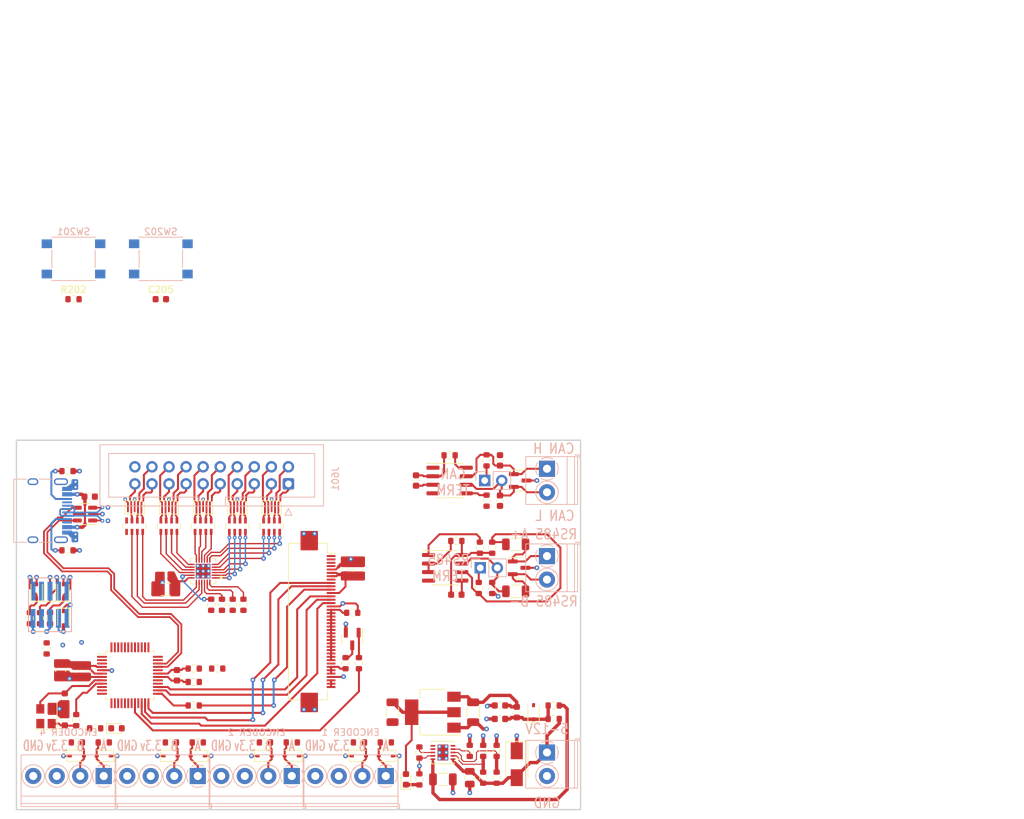
<source format=kicad_pcb>
(kicad_pcb (version 20211014) (generator pcbnew)
  (layers (0 "F.Cu" signal) (1 "In1.Cu" power) (2 "In2.Cu" power) (31 "B.Cu" signal) (34 "B.Paste" user) (35 "F.Paste" user) (36 "B.SilkS" user "B.Silkscreen") (37 "F.SilkS" user "F.Silkscreen") (38 "B.Mask" user) (39 "F.Mask" user) (44 "Edge.Cuts" user))
  (net 0 "")
  (net 1 "VIN")
  (net 2 "GND")
  (net 3 "/Power/VIN_PROT")
  (net 4 "/Power/VIN_PI_IN")
  (net 5 "/Power/VIN_PI_OUT")
  (net 6 "+3V3")
  (net 7 "/MCU/VDDIO2")
  (net 8 "/MCU/~{RST}")
  (net 9 "/MCU/XTAL_IN")
  (net 10 "/MCU/HSE_IN")
  (net 11 "VBUS")
  (net 12 "/Power/PWR_LED_K")
  (net 13 "/MCU/CONN_SWDIO")
  (net 14 "/MCU/CONN_SWCLK")
  (net 15 "/MCU/CONN_~{RST}")
  (net 16 "/Keypad/col10")
  (net 17 "/Keypad/col9")
  (net 18 "/Keypad/col8")
  (net 19 "/Keypad/col7")
  (net 20 "/Keypad/col6")
  (net 21 "/Keypad/col5")
  (net 22 "/Keypad/col4")
  (net 23 "/Keypad/col3")
  (net 24 "/Keypad/col2")
  (net 25 "/Keypad/col1")
  (net 26 "/Keypad/col0")
  (net 27 "/Keypad/row7")
  (net 28 "/Keypad/row6")
  (net 29 "/Keypad/row5")
  (net 30 "/Keypad/row4")
  (net 31 "/Keypad/row3")
  (net 32 "/Keypad/row2")
  (net 33 "/Keypad/row1")
  (net 34 "/Keypad/row0")
  (net 35 "/Encoders/CONN_ENC_1_A")
  (net 36 "/Encoders/CONN_ENC_1_B")
  (net 37 "/Encoders/CONN_ENC_2_A")
  (net 38 "/Encoders/CONN_ENC_2_B")
  (net 39 "/Encoders/CONN_ENC_3_A")
  (net 40 "/Encoders/CONN_ENC_4_A")
  (net 41 "/Encoders/CONN_ENC_3_B")
  (net 45 "/MCU/USB_CONN_CC1")
  (net 46 "/MCU/USB_CONN_D+")
  (net 47 "/MCU/USB_CONN_D-")
  (net 49 "/MCU/USB_CONN_CC2")
  (net 57 "DISPLAY_CS")
  (net 58 "DISPLAY_D{slash}C")
  (net 59 "DISPLAY_SDA")
  (net 60 "DISPLAY_SDO")
  (net 61 "DISPLAY_RESET")
  (net 62 "/Display/DIO_GND")
  (net 64 "Net-(JP301-Pad1)")
  (net 65 "Net-(JP401-Pad1)")
  (net 66 "Net-(Q501-Pad1)")
  (net 67 "Net-(Q501-Pad3)")
  (net 68 "/Power/ULVO")
  (net 69 "/Power/OVLO")
  (net 70 "/Power/CLMODE")
  (net 71 "/Power/SETI")
  (net 72 "/MCU/VREF+")
  (net 73 "Net-(R202-Pad1)")
  (net 74 "/MCU/VSS2")
  (net 75 "/MCU/LED_K")
  (net 76 "/MCU/HSE_OUT")
  (net 77 "/MCU/SWDIO")
  (net 78 "/MCU/SWCLK{slash}BOOT0")
  (net 79 "MODBUS_RX")
  (net 80 "DISPLAY_BACKLIGHT")
  (net 81 "DISPLAY_SCL")
  (net 82 "KEYPAD_SDA")
  (net 83 "KEYPAD_CLK")
  (net 84 "ENCODER_1_A")
  (net 85 "ENCODER_1_B")
  (net 86 "ENCODER_2_A")
  (net 87 "ENCODER_2_B")
  (net 88 "ENCODER_3_A")
  (net 89 "ENCODER_3_B")
  (net 90 "ENCODER_4_A")
  (net 91 "ENCODER_4_B")
  (net 92 "/Power/FLAG")
  (net 93 "/Power/UVOV")
  (net 94 "CAN_TX")
  (net 95 "CAN_RX")
  (net 96 "MODBUS_TX")
  (net 105 "/MCU/USB_D-")
  (net 106 "/MCU/USB_D+")
  (net 113 "/Encoders/CONN_ENC_4_B")
  (net 114 "/Modbus/CONN_RS485_A")
  (net 115 "/Modbus/CONN_RS485_B")
  (net 116 "/Modbus/RS485_B")
  (net 117 "/Modbus/RS485_A")
  (net 118 "/Modbus/RS485_MODE_SELECT")
  (net 119 "/CAN bus/CONN_CANH")
  (net 120 "/CAN bus/CONN_CANL")
  (net 121 "/CAN bus/CAN_VREF")
  (net 122 "/CAN bus/CAN_RS")
  (net 123 "/Keypad/R0")
  (net 124 "/Keypad/R1")
  (net 125 "/Keypad/R2")
  (net 126 "/Keypad/R3")
  (net 127 "/Keypad/R4")
  (net 128 "/Keypad/R5")
  (net 129 "/Keypad/R6")
  (net 130 "/Keypad/R7")
  (net 131 "/Keypad/C0")
  (net 132 "/Keypad/C1")
  (net 133 "/Keypad/C2")
  (net 134 "/Keypad/C3")
  (net 135 "/Keypad/C4")
  (net 136 "/Keypad/C5")
  (net 137 "/Keypad/C6")
  (net 138 "/Keypad/C7")
  (net 139 "/Keypad/C8")
  (net 140 "/Keypad/C9")
  (net 141 "/Keypad/C10")
  (net 142 "/Keypad/KEYPAD_INT")
  (net 143 "/Keypad/KEYPAD_RST")
  (net 144 "/MCU/LED")
  (net 145 "/Display/CONN_SCL")
  (net 146 "/Display/BL_K")
  (footprint "Capacitor_SMD:C_0603_1608Metric" (layer "F.Cu") (at 31.5 163.4 -90)
    (fp_text reference "C203" hide)
    (fp_text value "100n")
  )
  (footprint "Resistor_SMD:R_0603_1608Metric" (layer "F.Cu") (at 53.2 153.5 90)
    (fp_text reference "R602" hide)
    (fp_text value "10k")
  )
  (footprint "Resistor_SMD:R_0603_1608Metric" (layer "F.Cu") (at 29.5 108)
    (fp_text reference "R202")
    (fp_text value "200")
  )
  (footprint "Capacitor_SMD:C_1206_3216Metric" (layer "F.Cu") (at 84.5 179.5)
    (fp_text reference "C102" hide)
    (fp_text value "10u")
  )
  (footprint "dresco:TDFN-10-1EP_3x3mm_P0.5mm_EP1.6x2.39mm_ThermalVias" (layer "F.Cu") (at 84.5 175.5 180)
    (fp_text reference "U101" hide)
    (fp_text value "MAX17612A")
  )
  (footprint "Resistor_SMD:R_Array_Concave_4x0603" (layer "F.Cu") (at 48.8 141.8 -90)
    (fp_text reference "RN603" hide)
    (fp_text value "200")
  )
  (footprint "Resistor_SMD:R_Array_Concave_4x0603" (layer "F.Cu") (at 53.9 141.8 -90)
    (fp_text reference "RN602" hide)
    (fp_text value "200")
  )
  (footprint "Resistor_SMD:R_0603_1608Metric" (layer "F.Cu") (at 25.5 160 -90)
    (fp_text reference "R201" hide)
    (fp_text value "0")
  )
  (footprint "dresco:SOT1176D" (layer "F.Cu") (at 48.8 139 180)
    (fp_text reference "D603" hide)
    (fp_text value "PESD4USB3B")
  )
  (footprint "Resistor_SMD:R_0603_1608Metric" (layer "F.Cu") (at 91 138 -90)
    (fp_text reference "R301" hide)
    (fp_text value "DNP")
  )
  (footprint "Resistor_SMD:R_0603_1608Metric" (layer "F.Cu") (at 54.8 153.5 90)
    (fp_text reference "R603" hide)
    (fp_text value "10k")
  )
  (footprint "Package_QFP:LQFP-48_7x7mm_P0.5mm" (layer "F.Cu") (at 37.9 164)
    (fp_text reference "U201" hide)
    (fp_text value "STM32G0B1CxTxN")
  )
  (footprint "LED_SMD:LED_0603_1608Metric" (layer "F.Cu") (at 79 179.5 90)
    (fp_text reference "D103" hide)
    (fp_text value "LED")
  )
  (footprint "Capacitor_SMD:C_0603_1608Metric" (layer "F.Cu") (at 80.5 135 90)
    (fp_text reference "C301" hide)
    (fp_text value "100n")
  )
  (footprint "Resistor_SMD:R_0603_1608Metric" (layer "F.Cu") (at 50 153.5 90)
    (fp_text reference "R604" hide)
    (fp_text value "10k")
  )
  (footprint "Resistor_SMD:R_0603_1608Metric" (layer "F.Cu") (at 101 168.5 180)
    (fp_text reference "R108" hide)
    (fp_text value "0")
  )
  (footprint "Resistor_SMD:R_0603_1608Metric" (layer "F.Cu") (at 70 162.2 -90)
    (fp_text reference "R504" hide)
    (fp_text value "5R6")
  )
  (footprint "Resistor_SMD:R_0603_1608Metric" (layer "F.Cu") (at 92.5 179.25 90)
    (fp_text reference "R103" hide)
    (fp_text value "2m2")
  )
  (footprint "Resistor_SMD:R_0603_1608Metric" (layer "F.Cu") (at 51.6 153.5 90)
    (fp_text reference "R601" hide)
    (fp_text value "10k")
  )
  (footprint "Resistor_SMD:R_0603_1608Metric" (layer "F.Cu") (at 30 174)
    (fp_text reference "R708" hide)
    (fp_text value "200")
  )
  (footprint "Resistor_SMD:R_0603_1608Metric" (layer "F.Cu") (at 91 132 -90)
    (fp_text reference "R303" hide)
    (fp_text value "120")
  )
  (footprint "Resistor_SMD:R_0603_1608Metric" (layer "F.Cu") (at 26 155.5 -90)
    (fp_text reference "R209" hide)
    (fp_text value "49R9")
  )
  (footprint "Diode_SMD:D_SOD-323" (layer "F.Cu") (at 24 151.5 90)
    (fp_text reference "D205" hide)
    (fp_text value "D_TVS")
  )
  (footprint "dresco:SOT1176D" (layer "F.Cu") (at 43.7 139 180)
    (fp_text reference "D604" hide)
    (fp_text value "PESD4USB3B")
  )
  (footprint "Resistor_SMD:R_0603_1608Metric" (layer "F.Cu") (at 34 174 180)
    (fp_text reference "R707" hide)
    (fp_text value "200")
  )
  (footprint "Resistor_SMD:R_0603_1608Metric" (layer "F.Cu") (at 90 145 90)
    (fp_text reference "R402" hide)
    (fp_text value "10k")
  )
  (footprint "Connector_FFC-FPC:Hirose_FH12-40S-0.5SH_1x40-1MP_P0.50mm_Horizontal" (layer "F.Cu") (at 66 156 -90)
    (fp_text reference "J501" hide)
    (fp_text value "ILI9488")
  )
  (footprint "Capacitor_SMD:C_1206_3216Metric" (layer "F.Cu") (at 89 169.5 -90)
    (fp_text reference "C105" hide)
    (fp_text value "10u")
  )
  (footprint "Capacitor_SMD:C_0603_1608Metric" (layer "F.Cu") (at 42.5 108)
    (fp_text reference "C205")
    (fp_text value "100n")
  )
  (footprint "Package_SO:SOIC-8_3.9x4.9mm_P1.27mm" (layer "F.Cu") (at 84.84 148)
    (fp_text reference "U401" hide)
    (fp_text value "THVD1406")
  )
  (footprint "Capacitor_SMD:C_0603_1608Metric" (layer "F.Cu") (at 28.2 167.475 -90)
    (fp_text reference "C207" hide)
    (fp_text value "10p")
  )
  (footprint "Resistor_SMD:R_0603_1608Metric" (layer "F.Cu") (at 81 179.5 90)
    (fp_text reference "R109" hide)
    (fp_text value "1k")
  )
  (footprint "Capacitor_SMD:C_0603_1608Metric" (layer "F.Cu") (at 28.2 170.675 90)
    (fp_text reference "C206" hide)
    (fp_text value "10p")
  )
  (footprint "Resistor_SMD:R_0603_1608Metric" (layer "F.Cu") (at 72 162.2 90)
    (fp_text reference "R501" hide)
    (fp_text value "1k")
  )
  (footprint "LED_SMD:LED_0603_1608Metric" (layer "F.Cu") (at 35.9 171.9)
    (fp_text reference "D201" hide)
    (fp_text value "LED")
  )
  (footprint "Capacitor_SMD:C_0603_1608Metric" (layer "F.Cu") (at 43.25 149.2 180)
    (fp_text reference "C602" hide)
    (fp_text value "100n")
  )
  (footprint "Resistor_SMD:R_0603_1608Metric" (layer "F.Cu") (at 44 174)
    (fp_text reference "R706" hide)
    (fp_text value "200")
  )
  (footprint "Resistor_SMD:R_0603_1608Metric" (layer "F.Cu") (at 58 174)
    (fp_text reference "R704" hide)
    (fp_text value "200")
  )
  (footprint "Resistor_SMD:R_0603_1608Metric" (layer "F.Cu") (at 91.84 145 90)
    (fp_text reference "R404" hide)
    (fp_text value "DNP")
  )
  (footprint "Resistor_SMD:R_0603_1608Metric" (layer "F.Cu") (at 23 155.5 -90)
    (fp_text reference "R211" hide)
    (fp_text value "49R9")
  )
  (footprint "dresco:LFCSP-24-1EP_3.5x3.5mm_P0.4mm_EP2.2x2.2mm_ThermalVias" (layer "F.Cu") (at 48.8 148.5 180)
    (fp_text reference "U601" hide)
    (fp_text value "ADP5589")
  )
  (footprint "Resistor_SMD:R_1206_3216Metric" (layer "F.Cu") (at 95.34 144.5)
    (fp_text reference "R406" hide)
    (fp_text value "10")
  )
  (footprint "Capacitor_SMD:C_0805_2012Metric" (layer "F.Cu") (at 88.5 179.25 -90)
    (fp_text reference "C101" hide)
    (fp_text value "470n")
  )
  (footprint "Resistor_SMD:R_1206_3216Metric" (layer "F.Cu") (at 95.34 151.5)
    (fp_text reference "R407" hide)
    (fp_text value "10")
  )
  (footprint "Package_TO_SOT_SMD:SOT-23" (layer "F.Cu") (at 96 135)
    (fp_text reference "D301" hide)
    (fp_text value "CDSOT23-SM712")
  )
  (footprint "Crystal:Crystal_SMD_3225-4Pin_3.2x2.5mm" (layer "F.Cu") (at 25.4 170.1 90)
    (fp_text reference "Y201" hide)
    (fp_text value "8MHz")
  )
  (footprint "Resistor_SMD:R_0603_1608Metric" (layer "F.Cu") (at 91.84 151 -90)
    (fp_text reference "R405" hide)
    (fp_text value "DNP")
  )
  (footprint "Resistor_SMD:R_0603_1608Metric" (layer "F.Cu") (at 50.9 163)
    (fp_text reference "R502" hide)
    (fp_text value "10k")
  )
  (footprint "Resistor_SMD:R_0603_1608Metric" (layer "F.Cu") (at 72 174)
    (fp_text reference "R702" hide)
    (fp_text value "200")
  )
  (footprint "Diode_SMD:D_SOD-323" (layer "F.Cu") (at 48 176 180)
    (fp_text reference "D705" hide)
    (fp_text value "D_TVS")
  )
  (footprint "Resistor_SMD:R_0603_1608Metric" (layer "F.Cu") (at 85.5 131.25 180)
    (fp_text reference "R302" hide)
    (fp_text value "10k")
  )
  (footprint "Diode_SMD:D_SOD-323" (layer "F.Cu") (at 57.95 176)
    (fp_text reference "D704" hide)
    (fp_text value "D_TVS")
  )
  (footprint "Resistor_SMD:R_0603_1608Metric" (layer "F.Cu") (at 81 175.5 -90)
    (fp_text reference "R106" hide)
    (fp_text value "1k5")
  )
  (footprint "Resistor_SMD:R_0603_1608Metric" (layer "F.Cu") (at 89.84 151 90)
    (fp_text reference "R403" hide)
    (fp_text value "120")
  )
  (footprint "Resistor_SMD:R_0603_1608Metric" (layer "F.Cu") (at 28.6 133.6)
    (fp_text reference "R208" hide)
    (fp_text value "5k1")
  )
  (footprint "Resistor_SMD:R_Array_Concave_4x0603" (layer "F.Cu") (at 38.6 141.8 -90)
    (fp_text reference "RN605" hide)
    (fp_text value "200")
  )
  (footprint "Package_SO:SOIC-8_3.9x4.9mm_P1.27mm" (layer "F.Cu") (at 85.5 135)
    (fp_text reference "U301" hide)
    (fp_text value "SN65HVD230")
  )
  (footprint "Resistor_SMD:R_0603_1608Metric" (layer "F.Cu") (at 92.5 175.25 90)
    (fp_text reference "R104" hide)
    (fp_text value "249k")
  )
  (footprint "Package_TO_SOT_SMD:SOT-23-6" (layer "F.Cu") (at 31.2 140 180)
    (fp_text reference "U202" hide)
    (fp_text value "USBLC6-2SC6")
  )
  (footprint "dresco:SOT1176D" (layer "F.Cu") (at 38.6 139 180)
    (fp_text reference "D605" hide)
    (fp_text value "PESD4USB3B")
  )
  (footprint "Diode_SMD:D_SOD-323" (layer "F.Cu") (at 26 151.5 90)
    (fp_text reference "D204" hide)
    (fp_text value "D_TVS")
  )
  (footprint "Capacitor_SMD:C_0603_1608Metric" (layer "F.Cu") (at 44.9 164 -90)
    (fp_text reference "C204" hide)
    (fp_text value "100n")
  )
  (footprint "Capacitor_SMD:C_0603_1608Metric" (layer "F.Cu") (at 93 168.5 180)
    (fp_text reference "C104" hide)
    (fp_text value "1u")
  )
  (footprint "Capacitor_SMD:C_0603_1608Metric" (layer "F.Cu") (at 70 148.2 90)
    (fp_text reference "C502" hide)
    (fp_text value "100n")
  )
  (footprint "Diode_SMD:D_SMA" (layer "F.Cu") (at 95.5 177.25 -90)
    (fp_text reference "D101" hide)
    (fp_text value "SMAJ24CA")
  )
  (footprint "Diode_SMD:D_SOD-323" (layer "F.Cu") (at 28 151.5 90)
    (fp_text reference "D203" hide)
    (fp_text value "D_TVS")
  )
  (footprint "Capacitor_SMD:C_1206_3216Metric" (layer "F.Cu") (at 77 169.5 -90)
    (fp_text reference "C106" hide)
    (fp_text value "22u")
  )
  (footprint "Capacitor_SMD:C_0603_1608Metric" (layer "F.Cu") (at 31.9 137.4 180)
    (fp_text reference "C208" hide)
    (fp_text value "100n")
  )
  (footprint "Capacitor_SMD:C_0603_1608Metric" (layer "F.Cu") (at 93 132 90)
    (fp_text reference "C302" hide)
    (fp_text value "10p")
  )
  (footprint "Resistor_SMD:R_0603_1608Metric" (layer "F.Cu") (at 90.5 175.25 90)
    (fp_text reference "R102" hide)
    (fp_text value "1m1")
  )
  (footprint "Diode_SMD:D_SOD-323" (layer "F.Cu") (at 34 176 180)
    (fp_text reference "D706" hide)
    (fp_text value "D_TVS")
  )
  (footprint "Resistor_SMD:R_0603_1608Metric" (layer "F.Cu") (at 47.4 163)
    (fp_text reference "R204" hide)
    (fp_text value "0")
  )
  (footprint "Capacitor_SMD:C_0603_1608Metric" (layer "F.Cu") (at 29.9 163.4 -90)
    (fp_text reference "C202" hide)
    (fp_text value "100n")
  )
  (footprint "Resistor_SMD:R_0603_1608Metric" (layer "F.Cu") (at 62 174 180)
    (fp_text reference "R703" hide)
    (fp_text value "200")
  )
  (footprint "Diode_SMD:D_SOD-323" (layer "F.Cu") (at 98 169.5 90)
    (fp_text reference "D102" hide)
    (fp_text value "D_Schottky")
  )
  (footprint "Capacitor_SMD:C_0603_1608Metric" (layer "F.Cu") (at 93 138 90)
    (fp_text reference "C303" hide)
    (fp_text value "10p")
  )
  (footprint "Resistor_SMD:R_0603_1608Metric" (layer "F.Cu") (at 86.5 144 180)
    (fp_text reference "R401" hide)
    (fp_text value "10k")
  )
  (footprint "Capacitor_SMD:C_1206_3216Metric" (layer "F.Cu") (at 43.25 151.2 180)
    (fp_text reference "C601" hide)
    (fp_text value "10u")
  )
  (footprint "Resistor_SMD:R_0603_1608Metric" (layer "F.Cu") (at 90.5 179.25 90)
    (fp_text reference "R101" hide)
    (fp_text value "2m2")
  )
  (footprint "dresco:SOT1176D" (layer "F.Cu") (at 59 139 180)
    (fp_text reference "D601" hide)
    (fp_text value "PESD4USB3B")
  )
  (footprint "Resistor_SMD:R_0603_1608Metric" (layer "F.Cu") (at 47.4 165)
    (fp_text reference "R203" hide)
    (fp_text value "0")
  )
  (footprint "Package_TO_SOT_SMD:SOT-223-3_TabPin2" (layer "F.Cu") (at 83 169.5 180)
    (fp_text reference "U102" hide)
    (fp_text value "AZ1117-3.3")
  )
  (footprint "Resistor_SMD:R_Array_Concave_4x0603" (layer "F.Cu") (at 43.7 141.8 -90)
    (fp_text reference "RN604" hide)
    (fp_text value "200")
  )
  (footprint "Capacitor_SMD:C_0805_2012Metric" (layer "F.Cu") (at 27.6 163.2 -90)
    (fp_text reference "C201" hide)
    (fp_text value "4u7")
  )
  (footprint "Diode_SMD:D_SOD-323" (layer "F.Cu") (at 72 176)
    (fp_text reference "D703" hide)
    (fp_text value "D_TVS")
  )
  (footprint "Package_TO_SOT_SMD:SOT-23" (layer "F.Cu") (at 95.84 148)
    (fp_text reference "D401" hide)
    (fp_text value "CDSOT23-SM712")
  )
  (footprint "Diode_SMD:D_SOD-323" (layer "F.Cu") (at 28 155.5 -90)
    (fp_text reference "D202" hide)
    (fp_text value "D_TVS")
  )
  (footprint "Diode_SMD:D_SOD-323" (layer "F.Cu") (at 43.95 176)
    (fp_text reference "D707" hide)
    (fp_text value "D_TVS")
  )
  (footprint "Resistor_SMD:R_0603_1608Metric" (layer "F.Cu") (at 88.5 175.25 90)
    (fp_text reference "R105" hide)
    (fp_text value "150k")
  )
  (footprint "Resistor_SMD:R_0603_1608Metric" (layer "F.Cu") (at 101 170.5 180)
    (fp_text reference "R107" hide)
    (fp_text value "DNP")
  )
  (footprint "Diode_SMD:D_SOD-323" (layer "F.Cu") (at 62 176 180)
    (fp_text reference "D702" hide)
    (fp_text value "D_TVS")
  )
  (footprint "Resistor_SMD:R_0603_1608Metric" (layer "F.Cu") (at 47.4 168.5)
    (fp_text reference "R503" hide)
    (fp_text value "0")
  )
  (footprint "Inductor_SMD:L_0603_1608Metric" (layer "F.Cu") (at 95.5 169.5 90)
    (fp_text reference "L101" hide)
    (fp_text value "10n")
  )
  (footprint "Capacitor_SMD:C_0603_1608Metric" (layer "F.Cu") (at 93 170.5 180)
    (fp_text reference "C103" hide)
    (fp_text value "1u")
  )
  (footprint "Capacitor_SMD:C_0805_2012Metric" (layer "F.Cu") (at 71.9 148.3 90)
    (fp_text reference "C501" hide)
    (fp_text value "4u7")
  )
  (footprint "Resistor_SMD:R_Array_Concave_4x0603" (layer "F.Cu") (at 59 141.8 -90)
    (fp_text reference "RN601" hide)
    (fp_text value "200")
  )
  (footprint "Resistor_SMD:R_0603_1608Metric" (layer "F.Cu") (at 32.725 171.9)
    (fp_text reference "R205" hide)
    (fp_text value "1k")
  )
  (footprint "Resistor_SMD:R_0603_1608Metric" (layer "F.Cu") (at 24.5 155.5 -90)
    (fp_text reference "R210" hide)
    (fp_text value "49R9")
  )
  (footprint "Resistor_SMD:R_0603_1608Metric" (layer "F.Cu") (at 29.9 170.675 -90)
    (fp_text reference "R206" hide)
    (fp_text value "0")
  )
  (footprint "Capacitor_SMD:C_0603_1608Metric" (layer "F.Cu") (at 86.5 152)
    (fp_text reference "C401" hide)
    (fp_text value "100n")
  )
  (footprint "Resistor_SMD:R_0603_1608Metric" (layer "F.Cu") (at 76 174 180)
    (fp_text reference "R701" hide)
    (fp_text value "200")
  )
  (footprint "Resistor_SMD:R_0603_1608Metric" (layer "F.Cu") (at 28.6 145.4)
    (fp_text reference "R207" hide)
    (fp_text value "5k1")
  )
  (footprint "Package_TO_SOT_SMD:SOT-23" (layer "F.Cu") (at 71 158.6 -90)
    (fp_text reference "Q501" hide)
    (fp_text value "Q_NPN_BEC - S8050")
  )
  (footprint "Resistor_SMD:R_0603_1608Metric" (layer "F.Cu") (at 48 174 180)
    (fp_text reference "R705" hide)
    (fp_text value "200")
  )
  (footprint "Diode_SMD:D_SOD-323" (layer "F.Cu") (at 76 176 180)
    (fp_text reference "D701" hide)
    (fp_text value "D_TVS")
  )
  (footprint "Diode_SMD:D_SOD-323" (layer "F.Cu") (at 30 176)
    (fp_text reference "D708" hide)
    (fp_text value "D_TVS")
  )
  (footprint "Resistor_SMD:R_0603_1608Metric" (layer "F.Cu") (at 71 154.7 180)
    (fp_text reference "R505" hide)
    (fp_text value "1k")
  )
  (footprint "dresco:SOT1176D" (layer "F.Cu") (at 53.9 139 180)
    (fp_text reference "D602" hide)
    (fp_text value "PESD4USB3B")
  )
  (footprint "TerminalBlock_Phoenix:TerminalBlock_Phoenix_PT-1,5-4-3.5-H_1x04_P3.50mm_Horizontal" (layer "B.Cu") (at 34 179 180)
    (fp_text reference "J704" hide)
    (fp_text value "Conn_01x04")
  )
  (footprint "Connector_PinHeader_2.54mm:PinHeader_1x02_P2.54mm_Vertical" (layer "B.Cu") (at 90.065 148 -90)
    (fp_text reference "JP401" hide)
    (fp_text value "Jumper_2_Bridged")
  )
  (footprint "Button_Switch_SMD:SW_Push_1P1T_NO_6x6mm_H9.5mm" (layer "B.Cu") (at 42.5 102 180)
    (fp_text reference "SW202")
    (fp_text value "SW_Push")
  )
  (footprint "TerminalBlock_Phoenix:TerminalBlock_Phoenix_PT-1,5-4-3.5-H_1x04_P3.50mm_Horizontal" (layer "B.Cu") (at 76 179 180)
    (fp_text reference "J701" hide)
    (fp_text value "Conn_01x04")
  )
  (footprint "Connector_PinHeader_2.54mm:PinHeader_1x02_P2.54mm_Vertical" (layer "B.Cu") (at 90.725 135 -90)
    (fp_text reference "JP301" hide)
    (fp_text value "Jumper_2_Bridged")
  )
  (footprint "TerminalBlock_Phoenix:TerminalBlock_Phoenix_PT-1,5-2-3.5-H_1x02_P3.50mm_Horizontal" (layer "B.Cu") (at 100 133.25 -90)
    (fp_text reference "J301" hide)
    (fp_text value "Conn_01x02")
  )
  (footprint "dresco:FTSH-105-01-L-DV-K" (layer "B.Cu") (at 26 153.5 180)
    (fp_text reference "J201" hide)
    (fp_text value "2x5x1.27mm" hide)
  )
  (footprint "TerminalBlock_Phoenix:TerminalBlock_Phoenix_PT-1,5-2-3.5-H_1x02_P3.50mm_Horizontal" (layer "B.Cu") (at 100 175.5 -90)
    (fp_text reference "J101" hide)
    (fp_text value "Conn_01x02")
  )
  (footprint "Button_Switch_SMD:SW_Push_1P1T_NO_6x6mm_H9.5mm" (layer "B.Cu") (at 29.5 102 180)
    (fp_text reference "SW201")
    (fp_text value "SW_Push")
  )
  (footprint "Connector_USB:USB_C_Receptacle_HRO_TYPE-C-31-M-12" (layer "B.Cu") (at 24.5 139.5 90)
    (fp_text reference "J202" hide)
    (fp_text value "USB_C_Receptacle_USB2.0")
  )
  (footprint "TerminalBlock_Phoenix:TerminalBlock_Phoenix_PT-1,5-4-3.5-H_1x04_P3.50mm_Horizontal" (layer "B.Cu") (at 48 179 180)
    (fp_text reference "J703" hide)
    (fp_text value "Conn_01x04")
  )
  (footprint "Connector_IDC:IDC-Header_2x10_P2.54mm_Vertical" (layer "B.Cu") (at 61.5 135.5 90)
    (fp_text reference "J601")
    (fp_text value "Conn_02x10_Odd_Even")
  )
  (footprint "TerminalBlock_Phoenix:TerminalBlock_Phoenix_PT-1,5-2-3.5-H_1x02_P3.50mm_Horizontal" (layer "B.Cu") (at 100 146.25 -90)
    (fp_text reference "J401" hide)
    (fp_text value "Conn_01x02")
  )
  (footprint "TerminalBlock_Phoenix:TerminalBlock_Phoenix_PT-1,5-4-3.5-H_1x04_P3.50mm_Horizontal" (layer "B.Cu") (at 62 179 180)
    (fp_text reference "J702" hide)
    (fp_text value "Conn_01x04")
  )
  (gr_rect (start 21 184) (end 105 129) (layer "Edge.Cuts") (width 0.2) (fill none))
  (gr_text "B" (at 44.5 174.528734) (layer "B.SilkS") (effects (font (size 1.5 1) (thickness 0.2)) (justify mirror)))
  (gr_text "CAN H" (at 101 130.25) (layer "B.SilkS") (effects (font (size 1.5 1.3) (thickness 0.2)) (justify mirror)))
  (gr_text "CAN L" (at 101.181 140.25) (layer "B.SilkS") (effects (font (size 1.5 1.3) (thickness 0.2)) (justify mirror)))
  (gr_text "B" (at 58.5 174.528734) (layer "B.SilkS") (effects (font (size 1.5 1) (thickness 0.2)) (justify mirror)))
  (gr_text "ENCODER 2" (at 56.75 172.5) (layer "B.SilkS") (effects (font (size 1 1)) (justify mirror)))
  (gr_text "3.3v" (at 69 174.514367) (layer "B.SilkS") (effects (font (size 1.5 1) (thickness 0.2)) (justify mirror)))
  (gr_text "RS485 B-" (at 99.5 153) (layer "B.SilkS") (effects (font (size 1.5 1.3) (thickness 0.2)) (justify mirror)))
  (gr_text "GND" (at 23.5 174.5) (layer "B.SilkS") (effects (font (size 1.5 1) (thickness 0.2)) (justify mirror)))
  (gr_text "GND" (at 100 183) (layer "B.SilkS") (effects (font (size 1.5 1.3) (thickness 0.2)) (justify mirror)))
  (gr_text "GND" (at 51.5 174.5) (layer "B.SilkS") (effects (font (size 1.5 1) (thickness 0.2)) (justify mirror)))
  (gr_text "A" (at 48 174.531419) (layer "B.SilkS") (effects (font (size 1.5 1) (thickness 0.2)) (justify mirror)))
  (gr_text "3.3v" (at 27 174.514367) (layer "B.SilkS") (effects (font (size 1.5 1) (thickness 0.2)) (justify mirror)))
  (gr_text "3.3v" (at 41 174.514367) (layer "B.SilkS") (effects (font (size 1.5 1) (thickness 0.2)) (justify mirror)))
  (gr_text "3.3v" (at 55 174.514367) (layer "B.SilkS") (effects (font (size 1.5 1) (thickness 0.2)) (justify mirror)))
  (gr_text "RS485 A+" (at 99.5 143) (layer "B.SilkS") (effects (font (size 1.5 1.3) (thickness 0.2)) (justify mirror)))
  (gr_text "CAN\nTERM" (at 86 135.25) (layer "B.SilkS") (effects (font (size 1.5 1.3) (thickness 0.2)) (justify mirror)))
  (gr_text "A" (at 76 174.531419) (layer "B.SilkS") (effects (font (size 1.5 1) (thickness 0.2)) (justify mirror)))
  (gr_text "B" (at 30.5 174.528734) (layer "B.SilkS") (effects (font (size 1.5 1) (thickness 0.2)) (justify mirror)))
  (gr_text "A" (at 62 174.531419) (layer "B.SilkS") (effects (font (size 1.5 1) (thickness 0.2)) (justify mirror)))
  (gr_text "A" (at 34 174.531419) (layer "B.SilkS") (effects (font (size 1.5 1) (thickness 0.2)) (justify mirror)))
  (gr_text "RS485\nTERM" (at 85.34 148) (layer "B.SilkS") (effects (font (size 1.5 1.3) (thickness 0.2)) (justify mirror)))
  (gr_text "B" (at 72.5 174.528734) (layer "B.SilkS") (effects (font (size 1.5 1) (thickness 0.2)) (justify mirror)))
  (gr_text "GND" (at 37.5 174.5) (layer "B.SilkS") (effects (font (size 1.5 1) (thickness 0.2)) (justify mirror)))
  (gr_text "ENCODER 1" (at 70.75 172.5) (layer "B.SilkS") (effects (font (size 1 1)) (justify mirror)))
  (gr_text "GND" (at 65.5 174.5) (layer "B.SilkS") (effects (font (size 1.5 1) (thickness 0.2)) (justify mirror)))
  (gr_text "5-12V" (at 100 172) (layer "B.SilkS") (effects (font (size 1.5 1.3) (thickness 0.2)) (justify mirror)))
  (gr_text "ENCODER 4" (at 28.75 172.5) (layer "B.SilkS") (effects (font (size 1 1)) (justify mirror)))
  (segment (start 95.5 179) (end 97.5 177) (width 0.5) (layer "F.Cu") (net 1))
  (segment (start 97.5 177) (end 98.5 177) (width 0.5) (layer "F.Cu") (net 1))
  (segment (start 85.9962 176.500001) (end 85.9962 176.7462) (width 0.3) (layer "F.Cu") (net 1))
  (segment (start 98.5 177) (end 100 175.5) (width 0.5) (layer "F.Cu") (net 1))
  (segment (start 101.825 171.175) (end 100 173) (width 0.5) (layer "F.Cu") (net 1))
  (segment (start 101.825 170.5) (end 101.825 171.175) (width 0.5) (layer "F.Cu") (net 1))
  (segment (start 86 176.75) (end 86.25 177) (width 0.3) (layer "F.Cu") (net 1))
  (segment (start 90.5 180.075) (end 92.5 180.075) (width 0.5) (layer "F.Cu") (net 1))
  (segment (start 94.25 179.25) (end 95.5 179.25) (width 0.5) (layer "F.Cu") (net 1))
  (segment (start 92.5 180.075) (end 93.425 180.075) (width 0.5) (layer "F.Cu") (net 1))
  (segment (start 85.9962 176.7462) (end 86 176.75) (width 0.3) (layer "F.Cu") (net 1))
  (segment (start 87.55 178.3) (end 88.5 178.3) (width 0.5) (layer "F.Cu") (net 1))
  (segment (start 86.25 177) (end 87.55 178.3) (width 0.5) (layer "F.Cu") (net 1))
  (segment (start 93.425 180.075) (end 94.25 179.25) (width 0.5) (layer "F.Cu") (net 1))
  (segment (start 88.725 178.3) (end 90.5 180.075) (width 0.5) (layer "F.Cu") (net 1))
  (segment (start 100 173) (end 100 175.5) (width 0.5) (layer "F.Cu") (net 1))
  (segment (start 90.5 174.425) (end 90.5 173) (width 0.5) (layer "F.Cu") (net 2))
  (segment (start 67.85 164.25) (end 69.65 164.25) (width 0.3) (layer "F.Cu") (net 2))
  (segment (start 29.425 133.6) (end 30.4 133.6) (width 0.5) (layer "F.Cu") (net 2))
  (segment (start 87.315 149.905) (end 87.315 151.96) (width 0.3) (layer "F.Cu") (net 2))
  (segment (start 67.85 148.25) (end 68.55 148.25) (width 0.3) (layer "F.Cu") (net 2))
  (segment (start 85.975 179.5) (end 85.975 181.475) (width 0.5) (layer "F.Cu") (net 2))
  (segment (start 24 150.45) (end 24 149.4) (width 0.3) (layer "F.Cu") (net 2))
  (segment (start 69.275 147.525) (end 70 147.525) (width 0.5) (layer "F.Cu") (net 2))
  (segment (start 96.4375 135) (end 98.5 135) (width 0.3) (layer "F.Cu") (net 2))
  (segment (start 37.6 138.3) (end 37.2255 137.9255) (width 0.25) (layer "F.Cu") (net 2))
  (segment (start 48.8 137.8) (end 48.8 139.425) (width 0.25) (layer "F.Cu") (net 2))
  (segment (start 81 178.675) (end 81 177.5) (width 0.3) (layer "F.Cu") (net 2))
  (segment (start 70.95 176) (end 70 176) (width 0.3) (layer "F.Cu") (net 2))
  (segment (start 82.250001 175.999999) (end 81.925 176.325) (width 0.15) (layer "F.Cu") (net 2))
  (segment (start 28.95 176) (end 28 176) (width 0.3) (layer "F.Cu") (net 2))
  (segment (start 26 150.45) (end 26 149.4) (width 0.3) (layer "F.Cu") (net 2))
  (segment (start 63.05 176) (end 64 176) (width 0.3) (layer "F.Cu") (net 2))
  (segment (start 85.975 181.475) (end 86 181.5) (width 0.5) (layer "F.Cu") (net 2))
  (segment (start 86.15 171.8) (end 88.175 171.8) (width 0.5) (layer "F.Cu") (net 2))
  (segment (start 81.475 134.225) (end 80.5 134.225) (width 0.3) (layer "F.Cu") (net 2))
  (segment (start 81.615 134.365) (end 81.475 134.225) (width 0.3) (layer "F.Cu") (net 2))
  (segment (start 37.6 138.575) (end 37.6 138.3) (width 0.25) (layer "F.Cu") (net 2))
  (segment (start 88.5 180.2) (end 88.5 181.5) (width 0.5) (layer "F.Cu") (net 2))
  (segment (start 77.05 176) (end 78 176) (width 0.3) (layer "F.Cu") (net 2))
  (segment (start 89.475 170.975) (end 90 171.5) (width 0.5) (layer "F.Cu") (net 2))
  (segment (start 32.3375 140) (end 33.8 140) (width 0.25) (layer "F.Cu") (net 2))
  (segment (start 84.135 134.365) (end 84.675 133.825) (width 0.3) (layer "F.Cu") (net 2))
  (segment (start 28 156.55) (end 28 157.5) (width 0.5) (layer "F.Cu") (net 2))
  (segment (start 71.5 153.3) (end 71.825 153.625) (width 0.3) (layer "F.Cu") (net 2))
  (segment (start 43.7 137.8) (end 43.7 139.425) (width 0.25) (layer "F.Cu") (net 2))
  (segment (start 69.6 153.3) (end 69.15 153.75) (width 0.3) (layer "F.Cu") (net 2))
  (segment (start 37.6 139.425) (end 37.6 138.575) (width 0.25) (layer "F.Cu") (net 2))
  (segment (start 92.299321 151.825) (end 92.724821 152.2505) (width 0.3) (layer "F.Cu") (net 2))
  (segment (start 83.0038 175.999999) (end 82.250001 175.999999) (width 0.15) (layer "F.Cu") (net 2))
  (segment (start 29.425 145.4) (end 30.4 145.4) (width 0.5) (layer "F.Cu") (net 2))
  (segment (start 71.825 153.625) (end 71.825 154.7) (width 0.3) (layer "F.Cu") (net 2))
  (segment (start 33.7375 164.25) (end 31.575 164.25) (width 0.3) (layer "F.Cu") (net 2))
  (segment (start 95.5 175.25) (end 95.5 173) (width 0.5) (layer "F.Cu") (net 2))
  (segment (start 59 138.575) (end 59 139.425) (width 0.25) (layer "F.Cu") (net 2))
  (segment (start 83.025 134.365) (end 81.615 134.365) (width 0.3) (layer "F.Cu") (net 2))
  (segment (start 56.9 176) (end 56 176) (width 0.3) (layer "F.Cu") (net 2))
  (segment (start 69.65 164.25) (end 69.7 164.2) (width 0.3) (layer "F.Cu") (net 2))
  (segment (start 68.55 148.25) (end 68.95 147.85) (width 0.3) (layer "F.Cu") (net 2))
  (segment (start 49.05 176) (end 50 176) (width 0.3) (layer "F.Cu") (net 2))
  (segment (start 35.05 176) (end 36 176) (width 0.3) (layer "F.Cu") (net 2))
  (segment (start 70.05 157.6625) (end 70.05 156.35) (width 0.5) (layer "F.Cu") (net 2))
  (segment (start 92.225 168.5) (end 91.201376 168.5) (width 0.5) (layer "F.Cu") (net 2))
  (segment (start 90.5 172) (end 91 172) (width 0.5) (layer "F.Cu") (net 2))
  (segment (start 28 149.411758) (end 27.977324 149.389082) (width 0.5) (layer "F.Cu") (net 2))
  (segment (start 69.15 153.75) (end 67.85 153.75) (width 0.3) (layer "F.Cu") (net 2))
  (segment (start 69.275 147.525) (end 68.95 147.85) (width 0.5) (layer "F.Cu") (net 2))
  (segment (start 88.5 174.425) (end 88.5 173) (width 0.5) (layer "F.Cu") (net 2))
  (segment (start 84.675 133.825) (end 84.675 131.25) (width 0.3) (layer "F.Cu") (net 2))
  (segment (start 81 176.325) (end 81 177.5) (width 0.15) (layer "F.Cu") (net 2))
  (segment (start 83.025 134.365) (end 84.135 134.365) (width 0.3) (layer "F.Cu") (net 2))
  (segment (start 90 171.5) (end 90.5 172) (width 0.5) (layer "F.Cu") (net 2))
  (segment (start 91.201376 168.5) (end 91.100688 168.600688) (width 0.5) (layer "F.Cu") (net 2))
  (segment (start 42.9 176) (end 42 176) (width 0.3) (layer "F.Cu") (net 2))
  (segment (start 59 138.575) (end 59 137.85) (width 0.25) (layer "F.Cu") (net 2))
  (segment (start 92.225 170.5) (end 91 170.5) (width 0.5) (layer "F.Cu") (net 2))
  (segment (start 28 150.45) (end 28 149.411758) (width 0.3) (layer "F.Cu") (net 2))
  (segment (start 53.9 137.8) (end 53.9 139.425) (width 0.25) (layer "F.Cu") (net 2))
  (segment (start 92.5 174.425) (end 92.5 173) (width 0.5) (layer "F.Cu") (net 2))
  (segment (start 96.7775 148) (end 98.5 148) (width 0.3) (layer "F.Cu") (net 2))
  (segment (start 91.84 151.825) (end 92.299321 151.825) (width 0.3) (layer "F.Cu") (net 2))
  (segment (start 69.6 153.3) (end 71.5 153.3) (width 0.3) (layer "F.Cu") (net 2))
  (segment (start 37.2255 137.9255) (end 37.2255 137.821202) (width 0.25) (layer "F.Cu") (net 2))
  (segment (start 88.175 171.8) (end 89 170.975) (width 0.5) (layer "F.Cu") (net 2))
  (segment (start 81.925 176.325) (end 81 176.325) (width 0.15) (layer "F.Cu") (net 2))
  (segment (start 38.6 137.8) (end 38.6 139.425) (width 0.25) (layer "F.Cu") (net 2))
  (via (at 88.5 173) (size 0.7) (drill 0.3) (layers "F.Cu" "B.Cu") (net 2))
  (via (at 28 176) (size 0.7) (drill 0.3) (layers "F.Cu" "B.Cu") (net 2))
  (via (at 53.9 137.8) (size 0.55) (drill 0.25) (layers "F.Cu" "B.Cu") (net 2))
  (via (at 43.7 137.8) (size 0.55) (drill 0.25) (layers "F.Cu" "B.Cu") (net 2))
  (via (at 95.5 173) (size 0.7) (drill 0.3) (layers "F.Cu" "B.Cu") (net 2))
  (via (at 56 176) (size 0.7) (drill 0.3) (layers "F.Cu" "B.Cu") (net 2))
  (via (at 98.5 135) (size 0.7) (drill 0.3) (layers "F.Cu" "B.Cu") (net 2))
  (via (at 30.7 159.1) (size 0.7) (drill 0.3) (layers "F.Cu" "B.Cu") (net 2))
  (via (at 29.8 135.2) (size 0.7) (drill 0.3) (layers "F.Cu" "B.Cu") (net 2))
  (via (at 63.8 142.9) (size 0.7) (drill 0.3) (layers "F.Cu" "B.Cu") (net 2))
  (via (at 29.8 143) (size 0.7) (drill 0.3) (layers "F.Cu" "B.Cu") (net 2))
  (via (at 63.8 169.1) (size 0.7) (drill 0.3) (layers "F.Cu" "B.Cu") (net 2))
  (via (at 29.8 143.8) (size 0.7) (drill 0.3) (layers "F.Cu" "B.Cu") (net 2))
  (via (at 24 149.4) (size 0.7) (drill 0.3) (layers "F.Cu" "B.Cu") (net 2))
  (via (at 36 176) (size 0.7) (drill 0.3) (layers "F.Cu" "B.Cu") (net 2))
  (via (at 65.4 142.9) (size 0.7) (drill 0.3) (layers "F.Cu" "B.Cu") (net 2))
  (via (at 90.5 173) (size 0.7) (drill 0.3) (layers "F.Cu" "B.Cu") (net 2))
  (via (at 98.5 148) (size 0.7) (drill 0.3) (layers "F.Cu" "B.Cu") (net 2))
  (via (at 70.05 156.35) (size 0.7) (drill 0.3) (layers "F.Cu" "B.Cu") (net 2))
  (via (at 37.2 137.8) (size 0.55) (drill 0.25) (layers "F.Cu" "B.Cu") (net 2))
  (via (at 88.5 181.5) (size 0.7) (drill 0.3) (layers "F.Cu" "B.Cu") (net 2))
  (via (at 64 176) (size 0.7) (drill 0.3) (layers "F.Cu" "B.Cu") (net 2))
  (via (at 27.977324 149.389082) (size 0.7) (drill 0.3) (layers "F.Cu" "B.Cu") (net 2))
  (via (at 38.6 137.8) (size 0.55) (drill 0.25) (layers "F.Cu" "B.Cu") (net 2))
  (via (at 42 176) (size 0.7) (drill 0.3) (layers "F.Cu" "B.Cu") (net 2))
  (via (at 91.100688 168.600688) (size 0.7) (drill 0.3) (layers "F.Cu" "B.Cu") (net 2))
  (via (at 78 176) (size 0.7) (drill 0.3) (layers "F.Cu" "B.Cu") (net 2))
  (via (at 86 181.5) (size 0.7) (drill 0.3) (layers "F.Cu" "B.Cu") (net 2))
  (via (at 33.8 140) (size 0.7) (drill 0.3) (layers "F.Cu" "B.Cu") (net 2))
  (via (at 70.8 146.7) (size 0.7) (drill 0.3) (layers "F.Cu" "B.Cu") (net 2))
  (via (at 48.8 137.8) (size 0.55) (drill 0.25) (layers "F.Cu" "B.Cu") (net 2))
  (via (at 34.624503 141) (size 0.7) (drill 0.3) (layers "F.Cu" "B.Cu") (net 2))
  (via (at 50 176) (size 0.7) (drill 0.3) (layers "F.Cu" "B.Cu") (net 2))
  (via (at 59 137.8) (size 0.55) (drill 0.25) (layers "F.Cu" "B.Cu") (net 2))
  (via (at 28 157.5) (size 0.7) (drill 0.3) (layers "F.Cu" "B.Cu") (net 2))
  (via (at 91 172) (size 0.7) (drill 0.3) (layers "F.Cu" "B.Cu") (net 2))
  (via (at 92.724821 152.2505) (size 0.7) (drill 0.3) (layers "F.Cu" "B.Cu") (net 2))
  (via (at 28.9 164.5) (size 0.7) (drill 0.3) (layers "F.Cu" "B.Cu") (net 2))
  (via (at 92.5 173) (size 0.7) (drill 0.3) (layers "F.Cu" "B.Cu") (net 2))
  (via (at 81 177.5) (size 0.7) (drill 0.3) (layers "F.Cu" "B.Cu") (net 2))
  (via (at 69.7 164.2) (size 0.7) (drill 0.3) (layers "F.Cu" "B.Cu") (net 2))
  (via (at 27.4 169) (size 0.7) (drill 0.3) (layers "F.Cu" "B.Cu") (net 2))
  (via (at 30.4 133.6) (size 0.7) (drill 0.3) (layers "F.Cu" "B.Cu") (net 2))
  (via (at 26 149.4) (size 0.7) (drill 0.3) (layers "F.Cu" "B.Cu") (net 2))
  (via (at 23.5 157.5) (size 0.7) (drill 0.3) (layers "F.Cu" "B.Cu") (net 2))
  (via (at 34.624503 139) (size 0.7) (drill 0.3) (layers "F.Cu" "B.Cu") (net 2))
  (via (at 25.5 157.5) (size 0.7) (drill 0.3) (layers "F.Cu" "B.Cu") (net 2))
  (via (at 29.8 136) (size 0.7) (drill 0.3) (layers "F.Cu" "B.Cu") (net 2))
  (via (at 91 170.5) (size 0.7) (drill 0.3) (layers "F.Cu" "B.Cu") (net 2))
  (via (at 42.75 150.175) (size 0.7) (drill 0.3) (layers "F.Cu" "B.Cu") (net 2))
  (via (at 65.4 169.1) (size 0.7) (drill 0.3) (layers "F.Cu" "B.Cu") (net 2))
  (via (at 69.6 153.3) (size 0.7) (drill 0.3) (layers "F.Cu" "B.Cu") (net 2))
  (via (at 30.4 145.4) (size 0.7) (drill 0.3) (layers "F.Cu" "B.Cu") (net 2))
  (via (at 70 176) (size 0.7) (drill 0.3) (layers "F.Cu" "B.Cu") (net 2))
  (segment (start 25.5 157.5) (end 26 157) (width 0.3) (layer "B.Cu") (net 2))
  (segment (start 27.5 157.5) (end 28 157.5) (width 0.3) (layer "B.Cu") (net 2))
  (segment (start 27.27 155.532) (end 27.27 157.27) (width 0.3) (layer "B.Cu") (net 2))
  (segment (start 26 157) (end 26 155.532) (width 0.3) (layer "B.Cu") (net 2))
  (segment (start 27.27 157.27) (end 27.5 157.5) (width 0.3) (layer "B.Cu") (net 2))
  (segment (start 23.5 157.5) (end 23.46 157.46) (width 0.3) (layer "B.Cu") (net 2))
  (segment (start 23.46 157.46) (end 23.46 155.532) (width 0.3) (layer "B.Cu") (net 2))
  (segment (start 101.825 168.5) (end 102.5 168.5) (width 0.5) (layer "F.Cu") (net 3))
  (segment (start 83.0038 176.9962) (end 83 177) (width 0.3) (layer "F.Cu") (net 3))
  (segment (start 83 177) (end 83 179.475) (width 0.5) (layer "F.Cu") (net 3))
  (segment (start 83.025 181.525) (end 83.025 179.5) (width 0.5) (layer "F.Cu") (net 3))
  (segment (start 83.0038 176.500001) (end 83.0038 176.9962) (width 0.3) (layer "F.Cu") (net 3))
  (segment (start 103 181) (end 101.5 182.5) (width 0.5) (layer "F.Cu") (net 3))
  (segment (start 84 182.5) (end 83.025 181.525) (width 0.5) (layer "F.Cu") (net 3))
  (segment (start 103 169) (end 103 181) (width 0.5) (layer "F.Cu") (net 3))
  (segment (start 102.5 168.5) (end 103 169) (width 0.5) (layer "F.Cu") (net 3))
  (segment (start 101.5 182.5) (end 84 182.5) (width 0.5) (layer "F.Cu") (net 3))
  (segment (start 100.175 170.5) (end 100.175 168.5) (width 0.5) (layer "F.Cu") (net 4))
  (segment (start 96.55 170.55) (end 96.2875 170.2875) (width 0.5) (layer "F.Cu") (net 4))
  (segment (start 96.2875 170.2875) (end 95.5 170.2875) (width 0.5) (layer "F.Cu") (net 4))
  (segment (start 98 170.55) (end 100.125 170.55) (width 0.5) (layer "F.Cu") (net 4))
  (segment (start 94.7125 170.2875) (end 94.5 170.5) (width 0.5) (layer "F.Cu") (net 4))
  (segment (start 94.5 170.5) (end 93.775 170.5) (width 0.5) (layer "F.Cu") (net 4))
  (segment (start 95.5 170.2875) (end 94.7125 170.2875) (width 0.5) (layer "F.Cu") (net 4))
  (segment (start 98 170.55) (end 96.55 170.55) (width 0.5) (layer "F.Cu") (net 4))
  (segment (start 91.5 167) (end 90.475 168.025) (width 0.5) (layer "F.Cu") (net 5))
  (segment (start 95.5 168) (end 94.5 167) (width 0.5) (layer "F.Cu") (net 5))
  (segment (start 95.5 168.7125) (end 95.5 168) (width 0.5) (layer "F.Cu") (net 5))
  (segment (start 94.7125 168.7125) (end 94.5 168.5) (width 0.5) (layer "F.Cu") (net 5))
  (segment (start 94.5 168.5) (end 93.775 168.5) (width 0.5) (layer "F.Cu") (net 5))
  (segment (start 88.175 167.2) (end 89 168.025) (width 0.5) (layer "F.Cu") (net 5))
  (segment (start 95.5 168.7125) (end 94.7125 168.7125) (width 0.5) (layer "F.Cu") (net 5))
  (segment (start 90.475 168.025) (end 89 168.025) (width 0.5) (layer "F.Cu") (net 5))
  (segment (start 86.15 167.2) (end 88.175 167.2) (width 0.5) (layer "F.Cu") (net 5))
  (segment (start 94.5 167) (end 91.5 167) (width 0.5) (layer "F.Cu") (net 5))
  (segment (start 28.5 153.5) (end 29 153.5) (width 0.3) (layer "F.Cu") (net 6))
  (segment (start 85.725 152) (end 85.725 146.775) (width 0.3) (layer "F.Cu") (net 6))
  (segment (start 46.1 150) (end 44.225 150) (width 0.3) (layer "F.Cu") (net 6))
  (segment (start 83.025 135.635) (end 81.615 135.635) (width 0.3) (layer "F.Cu") (net 6))
  (segment (start 32.625 163.75) (end 31.5 162.625) (width 0.3) (layer "F.Cu") (net 6))
  (segment (start 28 154) (end 28.5 153.5) (width 0.3) (layer "F.Cu") (net 6))
  (segment (start 67.85 148.75) (end 68.65 148.75) (width 0.3) (layer "F.Cu") (net 6))
  (segment (start 86.405 146.095) (end 87.315 146.095) (width 0.3) (layer "F.Cu") (net 6))
  (segment (start 81.615 135.635) (end 81.475 135.775) (width 0.3) (layer "F.Cu") (net 6))
  (segment (start 32.798 162.6) (end 31.525 162.6) (width 0.3) (layer "F.Cu") (net 6))
  (segment (start 33.7375 162.75) (end 32.948 162.75) (width 0.3) (layer "F.Cu") (net 6))
  (segment (start 68.65 149.25) (end 68.9 149) (width 0.3) (layer "F.Cu") (net 6))
  (segment (start 33.7375 163.75) (end 32.625 163.75) (width 0.3) (layer "F.Cu") (net 6))
  (segment (start 86.15 169.5) (end 79.85 169.5) (width 0.5) (layer "F.Cu") (net 6))
  (segment (start 78.5 169.5) (end 79.85 169.5) (width 0.5) (layer "F.Cu") (net 6))
  (segment (start 79 178.7125) (end 79 174.5) (width 0.3) (layer "F.Cu") (net 6))
  (segment (start 46.599999 149.500001) (end 46.4 149.7) (width 0.2) (layer "F.Cu") (net 6))
  (segment (start 44.025 149.8) (end 44.025 149.2) (width 0.3) (layer "F.Cu") (net 6))
  (segment (start 69.05 151.75) (end 70 150.8) (width 0.3) (layer "F.Cu") (net 6))
  (segment (start 67.85 164.75) (end 67.85 165.75) (width 0.3) (layer "F.Cu") (net 6))
  (segment (start 44.225 150) (end 44.025 149.8) (width 0.3) (layer "F.Cu") (net 6))
  (segment (start 88.725 145.775) (end 89.84 145.775) (width 0.3) (layer "F.Cu") (net 6))
  (segment (start 28 154.45) (end 28 154) (width 0.3) (layer "F.Cu") (net 6))
  (segment (start 87.325 144) (end 87.325 146.085) (width 0.3) (layer "F.Cu") (net 6))
  (segment (start 81.475 135.775) (end 80.5 135.775) (width 0.3) (layer "F.Cu") (net 6))
  (segment (start 70 150.8) (end 70 148.975) (width 0.3) (layer "F.Cu") (net 6))
  (segment (start 68.65 148.75) (end 68.9 149) (width 0.3) (layer "F.Cu") (net 6))
  (segment (start 67.85 149.25) (end 68.65 149.25) (width 0.3) (layer "F.Cu") (net 6))
  (segment (start 47.150001 149.500001) (end 46.599999 149.500001) (width 0.2) (layer "F.Cu") (net 6))
  (segment (start 77.025 168.025) (end 78.5 169.5) (width 0.5) (layer "F.Cu") (net 6))
  (segment (start 79.85 173.65) (end 79.85 169.5) (width 0.3) (layer "F.Cu") (net 6))
  (segment (start 87.315 146.095) (end 88.405 146.095) (width 0.3) (layer "F.Cu") (net 6))
  (segment (start 79 174.5) (end 79.85 173.65) (width 0.3) (layer "F.Cu") (net 6))
  (segment (start 46.4 149.7) (end 46.1 150) (width 0.3) (layer "F.Cu") (net 6))
  (segment (start 89.84 145.775) (end 91.79 145.775) (width 0.3) (layer "F.Cu") (net 6))
  (segment (start 32.948 162.75) (end 32.798 162.6) (width 0.3) (layer "F.Cu") (net 6))
  (segment (start 68.9 149) (end 69.975 149) (width 0.5) (layer "F.Cu") (net 6))
  (segment (start 67.85 151.75) (end 69.05 151.75) (width 0.3) (layer "F.Cu") (net 6))
  (segment (start 88.405 146.095) (end 88.725 145.775) (width 0.3) (layer "F.Cu") (net 6))
  (segment (start 85.725 146.775) (end 86.405 146.095) (width 0.3) (layer "F.Cu") (net 6))
  (via (at 29 153.5) (size 0.7) (drill 0.3) (layers "F.Cu" "B.Cu") (net 6))
  (segment (start 28.7 153.8) (end 28.7 155.372) (width 0.3) (layer "B.Cu") (net 6))
  (segment (start 29 153.5) (end 28.7 153.8) (width 0.3) (layer "B.Cu") (net 6))
  (segment (start 45.6 163.2) (end 45.8 163) (width 0.3) (layer "F.Cu") (net 7))
  (segment (start 42.0625 163.75) (end 43.55 163.75) (width 0.3) (layer "F.Cu") (net 7))
  (segment (start 43.55 163.75) (end 44.1 163.2) (width 0.3) (layer "F.Cu") (net 7))
  (segment (start 45.8 163) (end 46.575 163) (width 0.3) (layer "F.Cu") (net 7))
  (segment (start 44.925 163.2) (end 45.6 163.2) (width 0.3) (layer "F.Cu") (net 7))
  (segment (start 44.1 163.2) (end 44.875 163.2) (width 0.3) (layer "F.Cu") (net 7))
  (segment (start 27.575 171.45) (end 27.325 171.2) (width 0.3) (layer "F.Cu") (net 9))
  (segment (start 27.325 171.2) (end 26.25 171.2) (width 0.3) (layer "F.Cu") (net 9))
  (segment (start 28.2 171.45) (end 27.575 171.45) (width 0.3) (layer "F.Cu") (net 9))
  (segment (start 29.9 171.5) (end 28.25 171.5) (width 0.3) (layer "F.Cu") (net 9))
  (segment (start 25.8 166.7) (end 24.55 167.95) (width 0.3) (layer "F.Cu") (net 10))
  (segment (start 33.7375 164.75) (end 32.65 164.75) (width 0.3) (layer "F.Cu") (net 10))
  (segment (start 31.794828 165.6) (end 29.3 165.6) (width 0.3) (layer "F.Cu") (net 10))
  (segment (start 28.2 166.7) (end 25.8 166.7) (width 0.3) (layer "F.Cu") (net 10))
  (segment (start 29.3 165.6) (end 28.2 166.7) (width 0.3) (layer "F.Cu") (net 10))
  (segment (start 32.65 164.75) (end 32.3 165.1) (width 0.3) (layer "F.Cu") (net 10))
  (segment (start 24.55 167.95) (end 24.55 169) (width 0.3) (layer "F.Cu") (net 10))
  (segment (start 32.294828 165.1) (end 31.794828 165.6) (width 0.3) (layer "F.Cu") (net 10))
  (segment (start 32.3 165.1) (end 32.294828 165.1) (width 0.3) (layer "F.Cu") (net 10))
  (segment (start 30.05 137.05) (end 30.75 137.05) (width 0.5) (layer "F.Cu") (net 11))
  (segment (start 30.75 137.05) (end 31.2 137.5) (width 0.5) (layer "F.Cu") (net 11))
  (segment (start 31.2 141.6) (end 31.2 141.4) (width 0.5) (layer "F.Cu") (net 11))
  (segment (start 31.2 140) (end 31.2 138.6) (width 0.3) (layer "F.Cu") (net 11))
  (segment (start 30.05 141.95) (end 30.85 141.95) (width 0.5) (layer "F.Cu") (net 11))
  (segment (start 31.2 137.5) (end 31.2 138.6) (width 0.5) (layer "F.Cu") (net 11))
  (segment (start 30.0625 140) (end 31.2 140) (width 0.3) (layer "F.Cu") (net 11))
  (segment (start 30.85 141.95) (end 31.2 141.6) (width 0.5) (layer "F.Cu") (net 11))
  (segment (start 31.2 140) (end 31.2 141.4) (width 0.3) (layer "F.Cu") (net 11))
  (via (at 30.05 137.05) (size 0.7) (drill 0.3) (layers "F.Cu" "B.Cu") (net 11))
  (via (at 30.05 141.95) (size 0.7) (drill 0.3) (layers "F.Cu" "B.Cu") (net 11))
  (segment (start 30.05 141.95) (end 28.545 141.95) (width 0.5) (layer "B.Cu") (net 11))
  (segment (start 30.05 137.05) (end 28.545 137.05) (width 0.5) (layer "B.Cu") (net 11))
  (segment (start 79 180.2875) (end 80.9625 180.2875) (width 0.5) (layer "F.Cu") (net 12))
  (segment (start 26 154.1) (end 26 154.675) (width 0.3) (layer "F.Cu") (net 13))
  (segment (start 27.4 153.6) (end 26.5 153.6) (width 0.3) (layer "F.Cu") (net 13))
  (segment (start 28 153) (end 27.4 153.6) (width 0.3) (layer "F.Cu") (net 13))
  (segment (start 26.5 153.6) (end 26 154.1) (width 0.3) (layer "F.Cu") (net 13))
  (segment (start 28 152.55) (end 28 152.1) (width 0.3) (layer "F.Cu") (net 13))
  (segment (start 28 152.1) (end 29 151.1) (width 0.3) (layer "F.Cu") (net 13))
  (segment (start 29 151.1) (end 29 149.4) (width 0.3) (layer "F.Cu") (net 13))
  (segment (start 28 152.55) (end 28 153) (width 0.3) (layer "F.Cu") (net 13))
  (via (at 29 149.4) (size 0.7) (drill 0.3) (layers "F.Cu" "B.Cu") (net 13))
  (segment (start 28.6 149.8) (end 28.6 151.408) (width 0.3) (layer "B.Cu") (net 13))
  (segment (start 29 149.4) (end 28.6 149.8) (width 0.3) (layer "B.Cu") (net 13))
  (segment (start 27 151.1) (end 27 149.4) (width 0.3) (layer "F.Cu") (net 14))
  (segment (start 26 152.1) (end 27 151.1) (width 0.3) (layer "F.Cu") (net 14))
  (segment (start 26 153) (end 25.4 153.6) (width 0.3) (layer "F.Cu") (net 14))
  (segment (start 26 152.55) (end 26 153) (width 0.3) (layer "F.Cu") (net 14))
  (segment (start 26 152.55) (end 26 152.1) (width 0.3) (layer "F.Cu") (net 14))
  (segment (start 24.5 153.8) (end 24.5 154.675) (width 0.3) (layer "F.Cu") (net 14))
  (segment (start 24.7 153.6) (end 24.5 153.8) (width 0.3) (layer "F.Cu") (net 14))
  (segment (start 25.4 153.6) (end 24.7 153.6) (width 0.3) (layer "F.Cu") (net 14))
  (via (at 27 149.4) (size 0.7) (drill 0.3) (layers "F.Cu" "B.Cu") (net 14))
  (segment (start 27 149.4) (end 27.2 149.6) (width 0.3) (layer "B.Cu") (net 14))
  (segment (start 27.2 149.6) (end 27.2 151.398) (width 0.3) (layer "B.Cu") (net 14))
  (segment (start 24 152) (end 24 152.55) (width 0.3) (layer "F.Cu") (net 15))
  (segment (start 23 153.8) (end 23 154.675) (width 0.3) (layer "F.Cu") (net 15))
  (segment (start 23.6 153.6) (end 23.2 153.6) (width 0.3) (layer "F.Cu") (net 15))
  (segment (start 23.2 153.6) (end 23 153.8) (width 0.3) (layer "F.Cu") (net 15))
  (segment (start 24 153.2) (end 23.6 153.6) (width 0.3) (layer "F.Cu") (net 15))
  (segment (start 23 149.4) (end 23 151) (width 0.3) (layer "F.Cu") (net 15))
  (segment (start 24 152.55) (end 24 153.2) (width 0.3) (layer "F.Cu") (net 15))
  (segment (start 23 151) (end 24 152) (width 0.3) (layer "F.Cu") (net 15))
  (via (at 23 149.4) (size 0.7) (drill 0.3) (layers "F.Cu" "B.Cu") (net 15))
  (segment (start 23.3 149.7) (end 23.3 151.308) (width 0.3) (layer "B.Cu") (net 15))
  (segment (start 23 149.4) (end 23.3 149.7) (width 0.3) (layer "B.Cu") (net 15))
  (segment (start 37.9 137.9) (end 37.9 137.6) (width 0.25) (layer "F.Cu") (net 16))
  (segment (start 38.64 135.5) (end 38.64 136.66) (width 0.3) (layer "F.Cu") (net 16))
  (segment (start 38.1 138.1) (end 37.9 137.9) (width 0.25) (layer "F.Cu") (net 16))
  (segment (start 38.1 139.425) (end 38.1 138.575) (width 0.25) (layer "F.Cu") (net 16))
  (segment (start 37.9 137.4) (end 37.9 137.6) (width 0.3) (layer "F.Cu") (net 16))
  (segment (start 38.1 138.575) (end 38.1 138.1) (width 0.25) (layer "F.Cu") (net 16))
  (segment (start 38.64 136.66) (end 37.9 137.4) (width 0.3) (layer "F.Cu") (net 16))
  (segment (start 38.1 140.2) (end 38.1 139.425) (width 0.25) (layer "F.Cu") (net 16))
  (segment (start 38.2 140.3) (end 38.1 140.2) (width 0.25) (layer "F.Cu") (net 16))
  (segment (start 38.2 140.95) (end 38.2 140.3) (width 0.25) (layer "F.Cu") (net 16))
  (segment (start 39.3 138) (end 39.3 137.6) (width 0.25) (layer "F.Cu") (net 17))
  (segment (start 39.98 136.22) (end 39.3 136.9) (width 0.3) (layer "F.Cu") (net 17))
  (segment (start 39.1 140.1) (end 39.1 139.425) (width 0.25) (layer "F.Cu") (net 17))
  (segment (start 39 140.95) (end 39 140.2) (width 0.25) (layer "F.Cu") (net 17))
  (segment (start 41.18 132.96) (end 39.98 134.16) (width 0.3) (layer "F.Cu") (net 17))
  (segment (start 39.98 134.16) (end 39.98 136.22) (width 0.3) (layer "F.Cu") (net 17))
  (segment (start 39.1 139.425) (end 39.1 138.575) (width 0.25) (layer "F.Cu") (net 17))
  (segment (start 39.1 138.2) (end 39.3 138) (width 0.25) (layer "F.Cu") (net 17))
  (segment (start 39 140.2) (end 39.1 140.1) (width 0.25) (layer "F.Cu") (net 17))
  (segment (start 39.3 136.9) (end 39.3 137.6) (width 0.3) (layer "F.Cu") (net 17))
  (segment (start 39.1 138.575) (end 39.1 138.2) (width 0.25) (layer "F.Cu") (net 17))
  (segment (start 39.6 138.575) (end 39.6 138.3) (width 0.25) (layer "F.Cu") (net 18))
  (segment (start 39.6 138.3) (end 39.9 138) (width 0.25) (layer "F.Cu") (net 18))
  (segment (start 39.9 137.2) (end 39.9 137.6) (width 0.3) (layer "F.Cu") (net 18))
  (segment (start 40.3 136.8) (end 39.9 137.2) (width 0.3) (layer "F.Cu") (net 18))
  (segment (start 39.8 140.4) (end 39.6 140.2) (width 0.25) (layer "F.Cu") (net 18))
  (segment (start 39.8 140.95) (end 39.8 140.4) (width 0.25) (layer "F.Cu") (net 18))
  (segment (start 41.18 135.5) (end 41.18 136.62) (width 0.3) (layer "F.Cu") (net 18))
  (segment (start 41.18 136.62) (end 41 136.8) (width 0.3) (layer "F.Cu") (net 18))
  (segment (start 39.6 140.2) (end 39.6 139.425) (width 0.25) (layer "F.Cu") (net 18))
  (segment (start 39.9 138) (end 39.9 137.6) (width 0.25) (layer "F.Cu") (net 18))
  (segment (start 39.6 139.425) (end 39.6 138.575) (width 0.25) (layer "F.Cu") (net 18))
  (segment (start 41 136.8) (end 40.3 136.8) (width 0.3) (layer "F.Cu") (net 18))
  (segment (start 42.5 140.95) (end 42.5 140.4) (width 0.25) (layer "F.Cu") (net 19))
  (segment (start 42.7 138.575) (end 42.7 138.3) (width 0.25) (layer "F.Cu") (net 19))
  (segment (start 42.7 139.425) (end 42.7 138.575) (width 0.25) (layer "F.Cu") (net 19))
  (segment (start 42.7 140.2) (end 42.7 139.425) (width 0.25) (layer "F.Cu") (net 19))
  (segment (start 42.5 140.4) (end 42.7 140.2) (width 0.25) (layer "F.Cu") (net 19))
  (segment (start 42.7 138.3) (end 42.4 138) (width 0.25) (layer "F.Cu") (net 19))
  (segment (start 42.4 138) (end 42.4 137.6) (width 0.25) (layer "F.Cu") (net 19))
  (segment (start 43.72 132.96) (end 42.4 134.28) (width 0.3) (layer "F.Cu") (net 19))
  (segment (start 42.4 134.28) (end 42.4 137.6) (width 0.3) (layer "F.Cu") (net 19))
  (segment (start 43.72 136.68) (end 43 137.4) (width 0.3) (layer "F.Cu") (net 20))
  (segment (start 43.2 138.575) (end 43.2 138.1) (width 0.25) (layer "F.Cu") (net 20))
  (segment (start 43.2 138.1) (end 43 137.9) (width 0.25) (layer "F.Cu") (net 20))
  (segment (start 43 137.4) (end 43 137.6) (width 0.3) (layer "F.Cu") (net 20))
  (segment (start 43.3 140.3) (end 43.2 140.2) (width 0.25) (layer "F.Cu") (net 20))
  (segment (start 43 137.9) (end 43 137.6) (width 0.25) (layer "F.Cu") (net 20))
  (segment (start 43.72 135.5) (end 43.72 136.68) (width 0.3) (layer "F.Cu") (net 20))
  (segment (start 43.2 140.2) (end 43.2 139.425) (width 0.25) (layer "F.Cu") (net 20))
  (segment (start 43.3 140.95) (end 43.3 140.3) (width 0.25) (layer "F.Cu") (net 20))
  (segment (start 43.2 139.425) (end 43.2 138.575) (width 0.25) (layer "F.Cu") (net 20))
  (segment (start 44.1 140.95) (end 44.1 140.3) (width 0.25) (layer "F.Cu") (net 21))
  (segment (start 44.2 138.2) (end 44.4 138) (width 0.25) (layer "F.Cu") (net 21))
  (segment (start 44.4 136.9) (end 44.4 137.6) (width 0.3) (layer "F.Cu") (net 21))
  (segment (start 44.1 140.3) (end 44.2 140.2) (width 0.25) (layer "F.Cu") (net 21))
  (segment (start 45.06 134.16) (end 45.06 136.24) (width 0.3) (layer "F.Cu") (net 21))
  (segment (start 44.4 138) (end 44.4 137.6) (width 0.25) (layer "F.Cu") (net 21))
  (segment (start 44.2 138.575) (end 44.2 138.2) (width 0.25) (layer "F.Cu") (net 21))
  (segment (start 44.2 140.2) (end 44.2 139.425) (width 0.25) (layer "F.Cu") (net 21))
  (segment (start 45.06 136.24) (end 44.4 136.9) (width 0.3) (layer "F.Cu") (net 21))
  (segment (start 44.2 139.425) (end 44.2 138.575) (width 0.25) (layer "F.Cu") (net 21))
  (segment (start 46.26 132.96) (end 45.06 134.16) (width 0.3) (layer "F.Cu") (net 21))
  (segment (start 45 138) (end 45 137.6) (width 0.25) (layer "F.Cu") (net 22))
  (segment (start 45 137.2) (end 45 137.6) (width 0.3) (layer "F.Cu") (net 22))
  (segment (start 44.9 140.95) (end 44.9 140.4) (width 0.25) (layer "F.Cu") (net 22))
  (segment (start 44.7 138.3) (end 45 138) (width 0.25) (layer "F.Cu") (net 22))
  (segment (start 46.26 135.5) (end 46.26 136.54) (width 0.3) (layer "F.Cu") (net 22))
  (segment (start 46 136.8) (end 45.4 136.8) (width 0.3) (layer "F.Cu") (net 22))
  (segment (start 44.7 139.425) (end 44.7 138.575) (width 0.25) (layer "F.Cu") (net 22))
  (segment (start 45.4 136.8) (end 45 137.2) (width 0.3) (layer "F.Cu") (net 22))
  (segment (start 44.9 140.4) (end 44.7 140.2) (width 0.25) (layer "F.Cu") (net 22))
  (segment (start 44.7 138.575) (end 44.7 138.3) (width 0.25) (layer "F.Cu") (net 22))
  (segment (start 46.26 136.54) (end 46 136.8) (width 0.3) (layer "F.Cu") (net 22))
  (segment (start 44.7 140.2) (end 44.7 139.425) (width 0.25) (layer "F.Cu") (net 22))
  (segment (start 47.5 138) (end 47.5 137.6) (width 0.25) (layer "F.Cu") (net 23))
  (segment (start 47.8 139.425) (end 47.8 138.575) (width 0.25) (layer "F.Cu") (net 23))
  (segment (start 47.8 140.1) (end 47.8 139.425) (width 0.25) (layer "F.Cu") (net 23))
  (segment (start 47.8 138.3) (end 47.5 138) (width 0.25) (layer "F.Cu") (net 23))
  (segment (start 47.8 138.575) (end 47.8 138.3) (width 0.25) (layer "F.Cu") (net 23))
  (segment (start 48.8 132.96) (end 47.5 134.26) (width 0.3) (layer "F.Cu") (net 23))
  (segment (start 47.6 140.3) (end 47.8 140.1) (width 0.25) (layer "F.Cu") (net 23))
  (segment (start 47.5 134.26) (end 47.5 137.6) (width 0.3) (layer "F.Cu") (net 23))
  (segment (start 47.6 140.95) (end 47.6 140.3) (width 0.25) (layer "F.Cu") (net 23))
  (segment (start 48.3 138.575) (end 48.3 138.2) (width 0.25) (layer "F.Cu") (net 24))
  (segment (start 48.1 137.3) (end 48.1 137.6) (width 0.3) (layer "F.Cu") (net 24))
  (segment (start 48.4 140.3) (end 48.3 140.2) (width 0.25) (layer "F.Cu") (net 24))
  (segment (start 48.3 140.2) (end 48.3 139.425) (width 0.25) (layer "F.Cu") (net 24))
  (segment (start 48.8 136.6) (end 48.1 137.3) (width 0.3) (layer "F.Cu") (net 24))
  (segment (start 48.4 140.95) (end 48.4 140.3) (width 0.25) (layer "F.Cu") (net 24))
  (segment (start 48.1 138) (end 48.1 137.6) (width 0.25) (layer "F.Cu") (net 24))
  (segment (start 48.3 139.425) (end 48.3 138.575) (width 0.25) (layer "F.Cu") (net 24))
  (segment (start 48.8 135.5) (end 48.8 136.6) (width 0.3) (layer "F.Cu") (net 24))
  (segment (start 48.3 138.2) (end 48.1 138) (width 0.25) (layer "F.Cu") (net 24))
  (segment (start 49.3 138.2) (end 49.5 138) (width 0.25) (layer "F.Cu") (net 25))
  (segment (start 49.2 140.95) (end 49.2 140.3) (width 0.25) (layer "F.Cu") (net 25))
  (segment (start 49.3 140.2) (end 49.3 139.425) (width 0.25) (layer "F.Cu") (net 25))
  (segment (start 51.34 132.96) (end 50.1 134.2) (width 0.3) (layer "F.Cu") (net 25))
  (segment (start 49.3 139.425) (end 49.3 138.575) (width 0.25) (layer "F.Cu") (net 25))
  (segment (start 49.5 136.8) (end 49.5 137.6) (width 0.3) (layer "F.Cu") (net 25))
  (segment (start 50.1 136.2) (end 49.5 136.8) (width 0.3) (layer "F.Cu") (net 25))
  (segment (start 49.3 138.575) (end 49.3 138.2) (width 0.25) (layer "F.Cu") (net 25))
  (segment (start 49.5 138) (end 49.5 137.6) (width 0.25) (layer "F.Cu") (net 25))
  (segment (start 50.1 134.2) (end 50.1 136.2) (width 0.3) (layer "F.Cu") (net 25))
  (segment (start 49.2 140.3) (end 49.3 140.2) (width 0.25) (layer "F.Cu") (net 25))
  (segment (start 51.1 136.8) (end 50.575 136.8) (width 0.3) (layer "F.Cu") (net 26))
  (segment (start 49.8 138.575) (end 49.8 138.3) (width 0.25) (layer "F.Cu") (net 26))
  (segment (start 51.34 136.56) (end 51.1 136.8) (width 0.3) (layer "F.Cu") (net 26))
  (segment (start 49.8 140.2) (end 49.8 139.425) (width 0.25) (layer "F.Cu") (net 26))
  (segment (start 50.575 136.8) (end 50.1 137.275) (width 0.3) (layer "F.Cu") (net 26))
  (segment (start 49.8 138.3) (end 50.1 138) (width 0.25) (layer "F.Cu") (net 26))
  (segment (start 50 140.95) (end 50 140.4) (width 0.25) (layer "F.Cu") (net 26))
  (segment (start 50 140.4) (end 49.8 140.2) (width 0.25) (layer "F.Cu") (net 26))
  (segment (start 50.1 138) (end 50.1 137.6) (width 0.25) (layer "F.Cu") (net 26))
  (segment (start 49.8 139.425) (end 49.8 138.575) (width 0.25) (layer "F.Cu") (net 26))
  (segment (start 51.34 135.5) (end 51.34 136.56) (width 0.3) (layer "F.Cu") (net 26))
  (segment (start 50.1 137.275) (end 50.1 137.6) (width 0.3) (layer "F.Cu") (net 26))
  (segment (start 52.6 138) (end 52.6 137.6) (width 0.25) (layer "F.Cu") (net 27))
  (segment (start 53.88 132.96) (end 52.6 134.24) (width 0.3) (layer "F.Cu") (net 27))
  (segment (start 52.9 139.425) (end 52.9 138.575) (width 0.25) (layer "F.Cu") (net 27))
  (segment (start 52.9 138.575) (end 52.9 138.3) (width 0.25) (layer "F.Cu") (net 27))
  (segment (start 52.9 140.2) (end 52.9 139.425) (width 0.25) (layer "F.Cu") (net 27))
  (segment (start 52.7 140.95) (end 52.7 140.4) (width 0.25) (layer "F.Cu") (net 27))
  (segment (start 52.7 140.4) (end 52.9 140.2) (width 0.25) (layer "F.Cu") (net 27))
  (segment (start 52.6 134.24) (end 52.6 137.6) (width 0.3) (layer "F.Cu") (net 27))
  (segment (start 52.9 138.3) (end 52.6 138) (width 0.25) (layer "F.Cu") (net 27))
  (segment (start 53.2 137.3) (end 53.2 137.6) (width 0.3) (layer "F.Cu") (net 28))
  (segment (start 53.4 138.575) (end 53.4 138.1) (width 0.25) (layer "F.Cu") (net 28))
  (segment (start 53.88 136.62) (end 53.2 137.3) (width 0.3) (layer "F.Cu") (net 28))
  (segment (start 53.4 140.2) (end 53.4 139.425) (width 0.25) (layer "F.Cu") (net 28))
  (segment (start 53.88 135.5) (end 53.88 136.62) (width 0.3) (layer "F.Cu") (net 28))
  (segment (start 53.5 140.95) (end 53.5 140.3) (width 0.25) (layer "F.Cu") (net 28))
  (segment (start 53.4 138.1) (end 53.2 137.9) (width 0.25) (layer "F.Cu") (net 28))
  (segment (start 53.5 140.3) (end 53.4 140.2) (width 0.25) (layer "F.Cu") (net 28))
  (segment (start 53.4 138.575) (end 53.4 139.425) (width 0.25) (layer "F.Cu") (net 28))
  (segment (start 53.2 137.9) (end 53.2 137.6) (width 0.25) (layer "F.Cu") (net 28))
  (segment (start 56.42 132.96) (end 55.08 134.3) (width 0.3) (layer "F.Cu") (net 29))
  (segment (start 55.08 134.3) (end 55.08 136.52) (width 0.3) (layer "F.Cu") (net 29))
  (segment (start 55.08 136.52) (end 54.7 136.9) (width 0.3) (layer "F.Cu") (net 29))
  (segment (start 54.4 139.425) (end 54.4 138.575) (width 0.25) (layer "F.Cu") (net 29))
  (segment (start 54.7 137.8) (end 54.7 137.6) (width 0.25) (layer "F.Cu") (net 29))
  (segment (start 54.3 140.95) (end 54.3 140.3) (width 0.25) (layer "F.Cu") (net 29))
  (segment (start 54.4 138.1) (end 54.7 137.8) (width 0.25) (layer "F.Cu") (net 29))
  (segment (start 54.7 136.9) (end 54.7 137.6) (width 0.3) (layer "F.Cu") (net 29))
  (segment (start 54.4 140.2) (end 54.4 139.425) (width 0.25) (layer "F.Cu") (net 29))
  (segment (start 54.4 138.575) (end 54.4 138.1) (width 0.25) (layer "F.Cu") (net 29))
  (segment (start 54.3 140.3) (end 54.4 140.2) (width 0.25) (layer "F.Cu") (net 29))
  (segment (start 54.9 138.575) (end 54.9 139.425) (width 0.25) (layer "F.Cu") (net 30))
  (segment (start 56.2 136.8) (end 55.6 136.8) (width 0.3) (layer "F.Cu") (net 30))
  (segment (start 55.1 140.3) (end 54.9 140.1) (width 0.25) (layer "F.Cu") (net 30))
  (segment (start 54.9 138.3) (end 55.2 138) (width 0.25) (layer "F.Cu") (net 30))
  (segment (start 55.1 140.95) (end 55.1 140.3) (width 0.25) (layer "F.Cu") (net 30))
  (segment (start 55.2 138) (end 55.2 137.6) (width 0.25) (layer "F.Cu") (net 30))
  (segment (start 56.42 135.5) (end 56.42 136.58) (width 0.3) (layer "F.Cu") (net 30))
  (segment (start 55.6 136.8) (end 55.2 137.2) (width 0.3) (layer "F.Cu") (net 30))
  (segment (start 54.9 140.1) (end 54.9 139.425) (width 0.25) (layer "F.Cu") (net 30))
  (segment (start 54.9 138.575) (end 54.9 138.3) (width 0.25) (layer "F.Cu") (net 30))
  (segment (start 55.2 137.2) (end 55.2 137.6) (width 0.3) (layer "F.Cu") (net 30))
  (segment (start 56.42 136.58) (end 56.2 136.8) (width 0.3) (layer "F.Cu") (net 30))
  (segment (start 57.8 140.95) (end 57.8 140.3) (width 0.25) (layer "F.Cu") (net 31))
  (segment (start 58 139.425) (end 58 138.575) (width 0.25) (layer "F.Cu") (net 31))
  (segment (start 58 138.575) (end 58 138.3) (width 0.25) (layer "F.Cu") (net 31))
  (segment (start 57.7 134.22) (end 57.7 137.6) (width 0.3) (layer "F.Cu") (net 31))
  (segment (start 58.96 132.96) (end 57.7 134.22) (width 0.3) (layer "F.Cu") (net 31))
  (segment (start 58 138.3) (end 57.7 138) (width 0.25) (layer "F.Cu") (net 31))
  (segment (start 57.8 140.3) (end 58 140.1) (width 0.25) (layer "F.Cu") (net 31))
  (segment (start 57.7 138) (end 57.7 137.6) (width 0.25) (layer "F.Cu") (net 31))
  (segment (start 58 140.1) (end 58 139.425) (width 0.25) (layer "F.Cu") (net 31))
  (segment (start 58.5 138.575) (end 58.5 138.2) (width 0.25) (layer "F.Cu") (net 32))
  (segment (start 58.96 135.5) (end 58.96 136.64) (width 0.3) (layer "F.Cu") (net 32))
  (segment (start 58.5 138.2) (end 58.3 138) (width 0.25) (layer "F.Cu") (net 32))
  (segment (start 58.5 140.1) (end 58.5 139.425) (width 0.25) (layer "F.Cu") (net 32))
  (segment (start 58.6 140.2) (end 58.5 140.1) (width 0.25) (layer "F.Cu") (net 32))
  (segment (start 58.6 140.95) (end 58.6 140.2) (width 0.25) (layer "F.Cu") (net 32))
  (segment (start 58.5 139.425) (end 58.5 138.575) (width 0.25) (layer "F.Cu") (net 32))
  (segment (start 58.3 137.3) (end 58.3 137.6) (width 0.3) (layer "F.Cu") (net 32))
  (segment (start 58.96 136.64) (end 58.3 137.3) (width 0.3) (layer "F.Cu") (net 32))
  (segment (start 58.3 138) (end 58.3 137.6) (width 0.25) (layer "F.Cu") (net 32))
  (segment (start 59.4 140.2) (end 59.5 140.1) (width 0.25) (layer "F.Cu") (net 33))
  (segment (start 59.4 140.95) (end 59.4 140.2) (width 0.25) (layer "F.Cu") (net 33))
  (segment (start 60.2 134.26) (end 60.2 136.4) (width 0.3) (layer "F.Cu") (net 33))
  (segment (start 59.7 137.9) (end 59.7 137.6) (width 0.25) (layer "F.Cu") (net 33))
  (segment (start 61.5 132.96) (end 60.2 134.26) (width 0.3) (layer "F.Cu") (net 33))
  (segment (start 60.2 136.4) (end 59.7 136.9) (width 0.3) (layer "F.Cu") (net 33))
  (segment (start 59.5 138.575) (end 59.5 138.1) (width 0.25) (layer "F.Cu") (net 33))
  (segment (start 59.5 138.1) (end 59.7 137.9) (width 0.25) (layer "F.Cu") (net 33))
  (segment (start 59.5 140.1) (end 59.5 139.425) (width 0.25) (layer "F.Cu") (net 33))
  (segment (start 59.7 136.9) (end 59.7 137.6) (width 0.3) (layer "F.Cu") (net 33))
  (segment (start 59.5 139.425) (end 59.5 138.575) (width 0.25) (layer "F.Cu") (net 33))
  (segment (start 60 139.425) (end 60 138.575) (width 0.25) (layer "F.Cu") (net 34))
  (segment (start 60 138.3) (end 60.3 138) (width 0.25) (layer "F.Cu") (net 34))
  (segment (start 60.2 140.3) (end 60 140.1) (width 0.25) (layer "F.Cu") (net 34))
  (segment (start 61.1 136.8) (end 60.7 136.8) (width 0.3) (layer "F.Cu") (net 34))
  (segment (start 60.7 136.8) (end 60.3 137.2) (width 0.3) (layer "F.Cu") (net 34))
  (segment (start 60 140.1) (end 60 139.425) (width 0.25) (layer "F.Cu") (net 34))
  (segment (start 61.5 136.4) (end 61.1 136.8) (width 0.3) (layer "F.Cu") (net 34))
  (segment (start 60.2 140.95) (end 60.2 140.3) (width 0.25) (layer "F.Cu") (net 34))
  (segment (start 60.3 137.2) (end 60.3 137.6) (width 0.3) (layer "F.Cu") (net 34))
  (segment (start 60 138.575) (end 60 138.3) (width 0.25) (layer "F.Cu") (net 34))
  (segment (start 61.5 135.5) (end 61.5 136.4) (width 0.3) (layer "F.Cu") (net 34))
  (segment (start 60.3 138) (end 60.3 137.6) (width 0.25) (layer "F.Cu") (net 34))
  (segment (start 75.175 174.825) (end 74.95 175.05) (width 0.3) (layer "F.Cu") (net 35))
  (segment (start 74.95 175.05) (end 74.95 176) (width 0.3) (layer "F.Cu") (net 35))
  (segment (start 76 177.5) (end 76 179) (width 0.3) (layer "F.Cu") (net 35))
  (segment (start 74.95 176) (end 74.95 176.45) (width 0.3) (layer "F.Cu") (net 35))
  (segment (start 74.95 176.45) (end 76 177.5) (width 0.3) (layer "F.Cu") (net 35))
  (segment (start 75.175 174) (end 75.175 174.825) (width 0.3) (layer "F.Cu") (net 35))
  (segment (start 73.05 176) (end 73.05 176.45) (width 0.3) (layer "F.Cu") (net 36))
  (segment (start 72.825 174.825) (end 73.05 175.05) (width 0.3) (layer "F.Cu") (net 36))
  (segment (start 72.5 177) (end 72.5 179) (width 0.3) (layer "F.Cu") (net 36))
  (segment (start 73.05 175.05) (end 73.05 176) (width 0.3) (layer "F.Cu") (net 36))
  (segment (start 72.825 174) (end 72.825 174.825) (width 0.3) (layer "F.Cu") (net 36))
  (segment (start 73.05 176.45) (end 72.5 177) (width 0.3) (layer "F.Cu") (net 36))
  (segment (start 60.95 175.05) (end 60.95 176) (width 0.3) (layer "F.Cu") (net 37))
  (segment (start 60.95 176) (end 60.95 176.45) (width 0.3) (layer "F.Cu") (net 37))
  (segment (start 60.95 176.45) (end 62 177.5) (width 0.3) (layer "F.Cu") (net 37))
  (segment (start 62 177.5) (end 62 179) (width 0.3) (layer "F.Cu") (net 37))
  (segment (start 61.175 174) (end 61.175 174.825) (width 0.3) (layer "F.Cu") (net 37))
  (segment (start 61.175 174.825) (end 60.95 175.05) (width 0.3) (layer "F.Cu") (net 37))
  (segment (start 59 176.5) (end 58.5 177) (width 0.3) (layer "F.Cu") (net 38))
  (segment (start 58.5 177) (end 58.5 179) (width 0.3) (layer "F.Cu") (net 38))
  (segment (start 59 176) (end 59 176.5) (width 0.3) (layer "F.Cu") (net 38))
  (segment (start 58.825 174) (end 58.825 174.825) (width 0.3) (layer "F.Cu") (net 38))
  (segment (start 58.825 174.825) (end 59 175) (width 0.3) (layer "F.Cu") (net 38))
  (segment (start 59 175) (end 59 176) (width 0.3) (layer "F.Cu") (net 38))
  (segment (start 47.175 174) (end 47.175 174.825) (width 0.3) (layer "F.Cu") (net 39))
  (segment (start 47.175 174.825) (end 46.95 175.05) (width 0.3) (layer "F.Cu") (net 39))
  (segment (start 48 177.5) (end 48 179) (width 0.3) (layer "F.Cu") (net 39))
  (segment (start 46.95 175.05) (end 46.95 176) (width 0.3) (layer "F.Cu") (net 39))
  (segment (start 46.95 176) (end 46.95 176.45) (width 0.3) (layer "F.Cu") (net 39))
  (segment (start 46.95 176.45) (end 48 177.5) (width 0.3) (layer "F.Cu") (net 39))
  (segment (start 34 177.5) (end 34 179) (width 0.3) (layer "F.Cu") (net 40))
  (segment (start 32.95 175.05) (end 32.95 176) (width 0.3) (layer "F.Cu") (net 40))
  (segment (start 32.95 176) (end 32.95 176.45) (width 0.3) (layer "F.Cu") (net 40))
  (segment (start 32.95 176.45) (end 34 177.5) (width 0.3) (layer "F.Cu") (net 40))
  (segment (start 33.175 174) (end 33.175 174.825) (width 0.3) (layer "F.Cu") (net 40))
  (segment (start 33.175 174.825) (end 32.95 175.05) (width 0.3) (layer "F.Cu") (net 40))
  (segment (start 44.825 174.825) (end 45 175) (width 0.3) (layer "F.Cu") (net 41))
  (segment (start 45 175) (end 45 176) (width 0.3) (layer "F.Cu") (net 41))
  (segment (start 44.5 177) (end 44.5 179) (width 0.3) (layer "F.Cu") (net 41))
  (segment (start 45 176) (end 45 176.5) (width 0.3) (layer "F.Cu") (net 41))
  (segment (start 44.825 174) (end 44.825 174.825) (width 0.3) (layer "F.Cu") (net 41))
  (segment (start 45 176.5) (end 44.5 177) (width 0.3) (layer "F.Cu") (net 41))
  (segment (start 26.8 145.4) (end 27.775 145.4) (width 0.3) (layer "F.Cu") (net 45))
  (via (at 26.8 145.4) (size 0.7) (drill 0.3) (layers "F.Cu" "B.Cu") (net 45))
  (segment (start 26.2 141.4) (end 26.2 145.2) (width 0.3) (layer "B.Cu") (net 45))
  (segment (start 28.545 140.75) (end 26.85 140.75) (width 0.3) (layer "B.Cu") (net 45))
  (segment (start 26.4 145.4) (end 26.8 145.4) (width 0.3) (layer "B.Cu") (net 45))
  (segment (start 26.85 140.75) (end 26.2 141.4) (width 0.3) (layer "B.Cu") (net 45))
  (segment (start 26.2 145.2) (end 26.4 145.4) (width 0.3) (layer "B.Cu") (net 45))
  (segment (start 33.8 139) (end 33.75 139.05) (width 0.261112) (layer "F.Cu") (net 46))
  (segment (start 33.75 139.05) (end 32.3375 139.05) (width 0.261112) (layer "F.Cu") (net 46))
  (via (at 33.8 139) (size 0.55) (drill 0.25) (layers "F.Cu" "B.Cu") (net 46))
  (segment (start 28.545 138.75) (end 29.35 138.75) (width 0.25) (layer "B.Cu") (net 46))
  (segment (start 29.35 138.75) (end 29.632501 139.032501) (width 0.25) (layer "B.Cu") (net 46))
  (segment (start 29.632501 139.032501) (end 29.632501 139.75) (width 0.25) (layer "B.Cu") (net 46))
  (segment (start 33.032157 139.767843) (end 33.8 139) (width 0.261112) (layer "B.Cu") (net 46))
  (segment (start 29.650345 139.767844) (end 33.032157 139.767843) (width 0.261112) (layer "B.Cu") (net 46))
  (segment (start 29.632501 139.75) (end 28.545 139.75) (width 0.261112) (layer "B.Cu") (net 46))
  (segment (start 29.632501 139.75) (end 29.650345 139.767844) (width 0.261112) (layer "B.Cu") (net 46))
  (segment (start 33.8 141) (end 33.75 140.95) (width 0.261112) (layer "F.Cu") (net 47))
  (segment (start 33.75 140.95) (end 32.3375 140.95) (width 0.261112) (layer "F.Cu") (net 47))
  (via (at 33.8 141) (size 0.55) (drill 0.25) (layers "F.Cu" "B.Cu") (net 47))
  (segment (start 27.666 140.25) (end 28.545 140.25) (width 0.25) (layer "B.Cu") (net 47))
  (segment (start 27.5 139.4) (end 27.5 140.084) (width 0.25) (layer "B.Cu") (net 47))
  (segment (start 28.545 140.25) (end 29.632501 140.25) (width 0.261112) (layer "B.Cu") (net 47))
  (segment (start 29.632501 140.25) (end 29.650345 140.232156) (width 0.261112) (layer "B.Cu") (net 47))
  (segment (start 27.65 139.25) (end 27.5 139.4) (width 0.25) (layer "B.Cu") (net 47))
  (segment (start 28.545 139.25) (end 27.65 139.25) (width 0.25) (layer "B.Cu") (net 47))
  (segment (start 27.5 140.084) (end 27.666 140.25) (width 0.25) (layer "B.Cu") (net 47))
  (segment (start 33.032157 140.232157) (end 33.8 141) (width 0.261112) (layer "B.Cu") (net 47))
  (segment (start 29.650345 140.232156) (end 33.032157 140.232157) (width 0.261112) (layer "B.Cu") (net 47))
  (segment (start 26.8 133.6) (end 27.775 133.6) (width 0.3) (layer "F.Cu") (net 49))
  (via (at 26.8 133.6) (size 0.7) (drill 0.3) (layers "F.Cu" "B.Cu") (net 49))
  (segment (start 26.4 133.6) (end 26.8 133.6) (width 0.3) (layer "B.Cu") (net 49))
  (segment (start 26.85 137.75) (end 26.2 137.1) (width 0.3) (layer "B.Cu") (net 49))
  (segment (start 26.2 137.1) (end 26.2 133.8) (width 0.3) (layer "B.Cu") (net 49))
  (segment (start 28.545 137.75) (end 26.85 137.75) (width 0.3) (layer "B.Cu") (net 49))
  (segment (start 26.2 133.8) (end 26.4 133.6) (width 0.3) (layer "B.Cu") (net 49))
  (segment (start 60.25 150.25) (end 67.85 150.25) (width 0.3) (layer "F.Cu") (net 57))
  (segment (start 56.2 170.6) (end 56.1 170.7) (width 0.3) (layer "F.Cu") (net 57))
  (segment (start 40.15 169.45) (end 40.15 168.1625) (width 0.3) (layer "F.Cu") (net 57))
  (segment (start 49.1 170.3) (end 41 170.3) (width 0.3) (layer "F.Cu") (net 57))
  (segment (start 58.8 162.1) (end 58.8 151.7) (width 0.3) (layer "F.Cu") (net 57))
  (segment (start 49.5 170.7) (end 49.1 170.3) (width 0.3) (layer "F.Cu") (net 57))
  (segment (start 56.1 170.7) (end 49.5 170.7) (width 0.3) (layer "F.Cu") (net 57))
  (segment (start 56.2 164.7) (end 58.8 162.1) (width 0.3) (layer "F.Cu") (net 57))
  (segment (start 41 170.3) (end 40.15 169.45) (width 0.3) (layer "F.Cu") (net 57))
  (segment (start 58.8 151.7) (end 60.25 150.25) (width 0.3) (layer "F.Cu") (net 57))
  (via (at 56.2 164.7) (size 0.7) (drill 0.3) (layers "F.Cu" "B.Cu") (net 57))
  (via (at 56.2 170.6) (size 0.7) (drill 0.3) (layers "F.Cu" "B.Cu") (net 57))
  (segment (start 56.2 170.6) (end 56.2 164.7) (width 0.3) (layer "B.Cu") (net 57))
  (segment (start 57.7 164.7) (end 60 162.4) (width 0.3) (layer "F.Cu") (net 58))
  (segment (start 60 162.4) (end 60 152.7) (width 0.3) (layer "F.Cu") (net 58))
  (segment (start 40.65 168.95) (end 40.65 168.1625) (width 0.3) (layer "F.Cu") (net 58))
  (segment (start 61.95 150.75) (end 67.85 150.75) (width 0.3) (layer "F.Cu") (net 58))
  (segment (start 60 152.7) (end 61.95 150.75) (width 0.3) (layer "F.Cu") (net 58))
  (segment (start 41.3 169.6) (end 40.65 168.95) (width 0.3) (layer "F.Cu") (net 58))
  (segment (start 57.7 169.6) (end 41.3 169.6) (width 0.3) (layer "F.Cu") (net 58))
  (via (at 57.7 164.7) (size 0.7) (drill 0.3) (layers "F.Cu" "B.Cu") (net 58))
  (via (at 57.7 169.6) (size 0.7) (drill 0.3) (layers "F.Cu" "B.Cu") (net 58))
  (segment (start 57.7 169.6) (end 57.7 164.7) (width 0.3) (layer "B.Cu") (net 58))
  (segment (start 43.9 166.1) (end 43.55 165.75) (width 0.3) (layer "F.Cu") (net 59))
  (segment (start 43.55 165.75) (end 42.0625 165.75) (width 0.3) (layer "F.Cu") (net 59))
  (segment (start 62.8 164.3) (end 61 166.1) (width 0.3) (layer "F.Cu") (net 59))
  (segment (start 64.75 152.25) (end 62.8 154.2) (width 0.3) (layer "F.Cu") (net 59))
  (segment (start 62.8 154.2) (end 62.8 164.3) (width 0.3) (layer "F.Cu") (net 59))
  (segment (start 67.85 152.25) (end 64.75 152.25) (width 0.3) (layer "F.Cu") (net 59))
  (segment (start 61 166.1) (end 43.9 166.1) (width 0.3) (layer "F.Cu") (net 59))
  (segment (start 67.85 152.75) (end 65.75 152.75) (width 0.3) (layer "F.Cu") (net 60))
  (segment (start 43.9 166.9) (end 43.25 166.25) (width 0.3) (layer "F.Cu") (net 60))
  (segment (start 61.3 166.9) (end 43.9 166.9) (width 0.3) (layer "F.Cu") (net 60))
  (segment (start 64.2 154.3) (end 64.2 164) (width 0.3) (layer "F.Cu") (net 60))
  (segment (start 43.25 166.25) (end 42.0625 166.25) (width 0.3) (layer "F.Cu") (net 60))
  (segment (start 65.75 152.75) (end 64.2 154.3) (width 0.3) (layer "F.Cu") (net 60))
  (segment (start 64.2 164) (end 61.3 166.9) (width 0.3) (layer "F.Cu") (net 60))
  (segment (start 41.1 171.2) (end 48.2 171.2) (width 0.3) (layer "F.Cu") (net 61))
  (segment (start 58 171.5) (end 65.8 163.7) (width 0.3) (layer "F.Cu") (net 61))
  (segment (start 39.65 169.75) (end 41.1 171.2) (width 0.3) (layer "F.Cu") (net 61))
  (segment (start 65.8 163.7) (end 65.8 154.1) (width 0.3) (layer "F.Cu") (net 61))
  (segment (start 39.65 168.1625) (end 39.65 169.75) (width 0.3) (layer "F.Cu") (net 61))
  (segment (start 66.65 153.25) (end 67.85 153.25) (width 0.3) (layer "F.Cu") (net 61))
  (segment (start 48.2 171.2) (end 48.5 171.5) (width 0.3) (layer "F.Cu") (net 61))
  (segment (start 65.8 154.1) (end 66.65 153.25) (width 0.3) (layer "F.Cu") (net 61))
  (segment (start 48.5 171.5) (end 58 171.5) (width 0.3) (layer "F.Cu") (net 61))
  (segment (start 67.85 154.25) (end 67.85 161.75) (width 0.3) (layer "F.Cu") (net 62))
  (segment (start 69.15 154.25) (end 67.85 154.25) (width 0.3) (layer "F.Cu") (net 62))
  (segment (start 70.175 154.7) (end 69.6 154.7) (width 0.3) (layer "F.Cu") (net 62))
  (segment (start 69.6 154.7) (end 69.15 154.25) (width 0.3) (layer "F.Cu") (net 62))
  (segment (start 91 132.825) (end 91 134.725) (width 0.3) (layer "F.Cu") (net 64))
  (segment (start 89.84 150.175) (end 89.84 148.225) (width 0.3) (layer "F.Cu") (net 65))
  (segment (start 72 161.375) (end 72 157.7125) (width 0.3) (layer "F.Cu") (net 66))
  (segment (start 71 159.5375) (end 71 160.8) (width 0.3) (layer "F.Cu") (net 67))
  (segment (start 70.425 161.375) (end 70 161.375) (width 0.3) (layer "F.Cu") (net 67))
  (segment (start 71 160.8) (end 70.425 161.375) (width 0.3) (layer "F.Cu") (net 67))
  (segment (start 85.9962 175.999999) (end 86.499999 175.999999) (width 0.15) (layer "F.Cu") (net 68))
  (segment (start 86.85 176.35) (end 86.85 176.665686) (width 0.15) (layer "F.Cu") (net 68))
  (segment (start 86.499999 175.999999) (end 86.85 176.35) (width 0.15) (layer "F.Cu") (net 68))
  (segment (start 87.434314 177.25) (end 90.5 177.25) (width 0.15) (layer "F.Cu") (net 68))
  (segment (start 90.5 177.25) (end 90.5 176.075) (width 0.5) (layer "F.Cu") (net 68))
  (segment (start 90.5 178.425) (end 90.5 177.25) (width 0.5) (layer "F.Cu") (net 68))
  (segment (start 86.85 176.665686) (end 87.434314 177.25) (width 0.15) (layer "F.Cu") (net 68))
  (segment (start 92.5 178.425) (end 92.5 176.075) (width 0.5) (layer "F.Cu") (net 69))
  (segment (start 92.5 175.5) (end 92.5 176.075) (width 0.15) (layer "F.Cu") (net 69))
  (segment (start 87.6 176.85) (end 89.15 176.85) (width 0.15) (layer "F.Cu") (net 69))
  (segment (start 89.5 176.5) (end 89.5 175.5) (width 0.15) (layer "F.Cu") (net 69))
  (segment (start 86.75 175.5) (end 87.25 176) (width 0.15) (layer "F.Cu") (net 69))
  (segment (start 92.25 175.25) (end 92.5 175.5) (width 0.15) (layer "F.Cu") (net 69))
  (segment (start 87.25 176) (end 87.25 176.5) (width 0.15) (layer "F.Cu") (net 69))
  (segment (start 89.15 176.85) (end 89.5 176.5) (width 0.15) (layer "F.Cu") (net 69))
  (segment (start 87.25 176.5) (end 87.6 176.85) (width 0.15) (layer "F.Cu") (net 69))
  (segment (start 85.9962 175.5) (end 86.75 175.5) (width 0.15) (layer "F.Cu") (net 69))
  (segment (start 89.75 175.25) (end 92.25 175.25) (width 0.15) (layer "F.Cu") (net 69))
  (segment (start 89.5 175.5) (end 89.75 175.25) (width 0.15) (layer "F.Cu") (net 69))
  (segment (start 88.25 175.25) (end 88.5 175.5) (width 0.15) (layer "F.Cu") (net 70))
  (segment (start 87.000001 175.000001) (end 87.25 175.25) (width 0.15) (layer "F.Cu") (net 70))
  (segment (start 88.5 175.5) (end 88.5 176.075) (width 0.15) (layer "F.Cu") (net 70))
  (segment (start 85.9962 175.000001) (end 87.000001 175.000001) (width 0.15) (layer "F.Cu") (net 70))
  (segment (start 87.25 175.25) (end 88.25 175.25) (width 0.15) (layer "F.Cu") (net 70))
  (segment (start 81.25 175.5) (end 81 175.25) (width 0.15) (layer "F.Cu") (net 71))
  (segment (start 83.0038 175.5) (end 81.25 175.5) (width 0.15) (layer "F.Cu") (net 71))
  (segment (start 81 175.25) (end 81 174.675) (width 0.15) (layer "F.Cu") (net 71))
  (segment (start 35.2 163.3) (end 35.15 163.25) (width 0.3) (layer "F.Cu") (net 72))
  (segment (start 35.15 163.25) (end 33.7375 163.25) (width 0.3) (layer "F.Cu") (net 72))
  (via (at 27.9 159.5) (size 0.7) (drill 0.3) (layers "F.Cu" "B.Cu") (net 72))
  (via (at 35.2 163.3) (size 0.7) (drill 0.3) (layers "F.Cu" "B.Cu") (net 72))
  (segment (start 43.55 164.25) (end 44.1 164.8) (width 0.3) (layer "F.Cu") (net 74))
  (segment (start 42.0625 164.25) (end 43.55 164.25) (width 0.3) (layer "F.Cu") (net 74))
  (segment (start 45.675 164.775) (end 45.9 165) (width 0.3) (layer "F.Cu") (net 74))
  (segment (start 44.1 164.8) (end 44.875 164.8) (width 0.3) (layer "F.Cu") (net 74))
  (segment (start 45.9 165) (end 46.575 165) (width 0.3) (layer "F.Cu") (net 74))
  (segment (start 44.9 164.775) (end 45.675 164.775) (width 0.3) (layer "F.Cu") (net 74))
  (segment (start 32.851935 165.25) (end 32.501935 165.6) (width 0.3) (layer "F.Cu") (net 76))
  (segment (start 30.9 166.6) (end 29.9 167.6) (width 0.3) (layer "F.Cu") (net 76))
  (segment (start 32.501935 165.6) (end 32.501935 165.605172) (width 0.3) (layer "F.Cu") (net 76))
  (segment (start 29.9 167.6) (end 29.9 169.85) (width 0.3) (layer "F.Cu") (net 76))
  (segment (start 32.501935 165.605172) (end 31.507107 166.6) (width 0.3) (layer "F.Cu") (net 76))
  (segment (start 33.7375 165.25) (end 32.851935 165.25) (width 0.3) (layer "F.Cu") (net 76))
  (segment (start 31.507107 166.6) (end 30.9 166.6) (width 0.3) (layer "F.Cu") (net 76))
  (segment (start 84 143) (end 89.5 143) (width 0.3) (layer "F.Cu") (net 79))
  (segment (start 82.365 146.095) (end 82.365 144.635) (width 0.3) (layer "F.Cu") (net 79))
  (segment (start 90 143.5) (end 90 144.175) (width 0.3) (layer "F.Cu") (net 79))
  (segment (start 82.365 144.635) (end 84 143) (width 0.3) (layer "F.Cu") (net 79))
  (segment (start 89.5 143) (end 90 143.5) (width 0.3) (layer "F.Cu") (net 79))
  (segment (start 66.2 172.2) (end 41.3 172.2) (width 0.3) (layer "F.Cu") (net 80))
  (segment (start 38.65 169.55) (end 38.65 168.1625) (width 0.3) (layer "F.Cu") (net 80))
  (segment (start 41.3 172.2) (end 38.65 169.55) (width 0.3) (layer "F.Cu") (net 80))
  (segment (start 72 163.025) (end 72 166.4) (width 0.3) (layer "F.Cu") (net 80))
  (segment (start 72 166.4) (end 66.2 172.2) (width 0.3) (layer "F.Cu") (net 80))
  (segment (start 42.0625 166.75) (end 42.65 166.75) (width 0.3) (layer "F.Cu") (net 81))
  (segment (start 42.65 166.75) (end 44.4 168.5) (width 0.3) (layer "F.Cu") (net 81))
  (segment (start 44.4 168.5) (end 46.575 168.5) (width 0.3) (layer "F.Cu") (net 81))
  (segment (start 51.6 152.675) (end 51.6 152.125) (width 0.2) (layer "F.Cu") (net 82))
  (segment (start 51.6 152.125) (end 51.325 151.85) (width 0.2) (layer "F.Cu") (net 82))
  (segment (start 49 151.525) (end 49 150.149999) (width 0.2) (layer "F.Cu") (net 82))
  (segment (start 49.325 151.85) (end 49 151.525) (width 0.2) (layer "F.Cu") (net 82))
  (segment (start 51.325 151.85) (end 49.325 151.85) (width 0.2) (layer "F.Cu") (net 82))
  (segment (start 52.9 151.325) (end 49.7 151.325) (width 0.2) (layer "F.Cu") (net 83))
  (segment (start 49.399999 151.024999) (end 49.399999 150.149999) (width 0.2) (layer "F.Cu") (net 83))
  (segment (start 49.7 151.325) (end 49.399999 151.024999) (width 0.2) (layer "F.Cu") (net 83))
  (segment (start 53.2 151.625) (end 52.9 151.325) (width 0.2) (layer "F.Cu") (net 83))
  (segment (start 53.2 152.675) (end 53.2 151.625) (width 0.2) (layer "F.Cu") (net 83))
  (segment (start 25.6 142.7) (end 27.35 140.95) (width 0.261112) (layer "F.Cu") (net 105))
  (segment (start 43.521163 162.732157) (end 45.557156 160.696164) (width 0.261112) (layer "F.Cu") (net 105))
  (segment (start 44.021164 154.867844) (end 39.296164 154.867844) (width 0.261112) (layer "F.Cu") (net 105))
  (segment (start 35.557156 148.903836) (end 34.721164 148.067844) (width 0.261112) (layer "F.Cu") (net 105))
  (segment (start 34.721164 148.067844) (end 27.996164 148.067844) (width 0.261112) (layer "F.Cu") (net 105))
  (segment (start 25.6 145.67168) (end 25.6 142.7) (width 0.261112) (layer "F.Cu") (net 105))
  (segment (start 27.35 140.95) (end 30.0625 140.95) (width 0.261112) (layer "F.Cu") (net 105))
  (segment (start 45.557156 156.403836) (end 44.021164 154.867844) (width 0.261112) (layer "F.Cu") (net 105))
  (segment (start 27.996164 148.067844) (end 25.6 145.67168) (width 0.261112) (layer "F.Cu") (net 105))
  (segment (start 42.080343 162.732157) (end 43.521163 162.732157) (width 0.261112) (layer "F.Cu") (net 105))
  (segment (start 35.557156 151.128836) (end 35.557156 148.903836) (width 0.261112) (layer "F.Cu") (net 105))
  (segment (start 45.557156 160.696164) (end 45.557156 156.403836) (width 0.261112) (layer "F.Cu") (net 105))
  (segment (start 39.296164 154.867844) (end 35.557156 151.128836) (width 0.261112) (layer "F.Cu") (net 105))
  (segment (start 25.1 145.82832) (end 25.1 142.575563) (width 0.261112) (layer "F.Cu") (net 106))
  (segment (start 45.092844 160.503836) (end 45.092844 156.596164) (width 0.261112) (layer "F.Cu") (net 106))
  (segment (start 43.828836 155.332156) (end 39.103836 155.332156) (width 0.261112) (layer "F.Cu") (net 106))
  (segment (start 43.328837 162.267843) (end 45.092844 160.503836) (width 0.261112) (layer "F.Cu") (net 106))
  (segment (start 42.080343 162.267843) (end 43.328837 162.267843) (width 0.261112) (layer "F.Cu") (net 106))
  (segment (start 27.175563 140.5) (end 27.8 140.5) (width 0.261112) (layer "F.Cu") (net 106))
  (segment (start 27.803836 148.532156) (end 25.1 145.82832) (width 0.261112) (layer "F.Cu") (net 106))
  (segment (start 35.092844 151.321164) (end 35.092844 149.096164) (width 0.261112) (layer "F.Cu") (net 106))
  (segment (start 25.1 142.575563) (end 27.175563 140.5) (width 0.261112) (layer "F.Cu") (net 106))
  (segment (start 27.8 140.5) (end 29.25 139.05) (width 0.261112) (layer "F.Cu") (net 106))
  (segment (start 29.25 139.05) (end 30.0625 139.05) (width 0.261112) (layer "F.Cu") (net 106))
  (segment (start 39.103836 155.332156) (end 35.092844 151.321164) (width 0.261112) (layer "F.Cu") (net 106))
  (segment (start 34.528836 148.532156) (end 27.803836 148.532156) (width 0.261112) (layer "F.Cu") (net 106))
  (segment (start 35.092844 149.096164) (end 34.528836 148.532156) (width 0.261112) (layer "F.Cu") (net 106))
  (segment (start 45.092844 156.596164) (end 43.828836 155.332156) (width 0.261112) (layer "F.Cu") (net 106))
  (segment (start 30.825 174) (end 30.825 174.825) (width 0.3) (layer "F.Cu") (net 113))
  (segment (start 30.5 177) (end 30.5 179) (width 0.3) (layer "F.Cu") (net 113))
  (segment (start 31.05 175.05) (end 31.05 176) (width 0.3) (layer "F.Cu") (net 113))
  (segment (start 30.825 174.825) (end 31.05 175.05) (width 0.3) (layer "F.Cu") (net 113))
  (segment (start 31.05 176) (end 31.05 176.45) (width 0.3) (layer "F.Cu") (net 113))
  (segment (start 31.05 176.45) (end 30.5 177) (width 0.3) (layer "F.Cu") (net 113))
  (segment (start 96.8025 145.5375) (end 96.8025 144.5) (width 0.3) (layer "F.Cu") (net 114))
  (segment (start 94.9025 147.05) (end 94.9025 146.4375) (width 0.3) (layer "F.Cu") (net 114))
  (segment (start 94.9025 146.4375) (end 95.34 146) (width 0.3) (layer "F.Cu") (net 114))
  (segment (start 94.9025 147.05) (end 96.79 147.05) (width 0.3) (layer "F.Cu") (net 114))
  (segment (start 95.34 146) (end 96.34 146) (width 0.3) (layer "F.Cu") (net 114))
  (segment (start 97.59 146.25) (end 100 146.25) (width 0.3) (layer "F.Cu") (net 114))
  (segment (start 96.34 146) (end 96.8025 145.5375) (width 0.3) (layer "F.Cu") (net 114))
  (segment (start 96.79 147.05) (end 97.59 146.25) (width 0.3) (layer "F.Cu") (net 114))
  (segment (start 94.9025 148.95) (end 96.79 148.95) (width 0.3) (layer "F.Cu") (net 115))
  (segment (start 94.9025 149.5625) (end 95.34 150) (width 0.3) (layer "F.Cu") (net 115))
  (segment (start 96.84 150.5) (end 96.84 151.4625) (width 0.3) (layer "F.Cu") (net 115))
  (segment (start 95.34 150) (end 96.34 150) (width 0.3) (layer "F.Cu") (net 115))
  (segment (start 96.34 150) (end 96.84 150.5) (width 0.3) (layer "F.Cu") (net 115))
  (segment (start 97.59 149.75) (end 100 149.75) (width 0.3) (layer "F.Cu") (net 115))
  (segment (start 96.79 148.95) (end 97.59 149.75) (width 0.3) (layer "F.Cu") (net 115))
  (segment (start 94.9025 148.95) (end 94.9025 149.5625) (width 0.3) (layer "F.Cu") (net 115))
  (segment (start 91.84 150.5) (end 92.84 151.5) (width 0.3) (layer "F.Cu") (net 116))
  (segment (start 92.605 149.41) (end 91.84 150.175) (width 0.3) (layer "F.Cu") (net 116))
  (segment (start 88.706408 146.625) (end 87.966408 147.365) (width 0.3) (layer "F.Cu") (net 116))
  (segment (start 91.23 146.625) (end 88.706408 146.625) (width 0.3) (layer "F.Cu") (net 116))
  (segment (start 92.84 151.5) (end 93.8775 151.5) (width 0.3) (layer "F.Cu") (net 116))
  (segment (start 91.84 150.175) (end 91.84 150.5) (width 0.3) (layer "F.Cu") (net 116))
  (segment (start 92.605 148) (end 92.605 149.41) (width 0.3) (layer "F.Cu") (net 116))
  (segment (start 92.605 148) (end 91.23 146.625) (width 0.3) (layer "F.Cu") (net 116))
  (segment (start 100 143) (end 92.34 143) (width 0.3) (layer "F.Cu") (net 117))
  (segment (start 91.84 144.175) (end 93.5525 144.175) (width 0.3) (layer "F.Cu") (net 117))
  (segment (start 102 151) (end 102 145) (width 0.3) (layer "F.Cu") (net 117))
  (segment (start 92.34 143) (end 91.84 143.5) (width 0.3) (layer "F.Cu") (net 117))
  (segment (start 102 145) (end 100 143) (width 0.3) (layer "F.Cu") (net 117))
  (segment (start 100 153) (end 102 151) (width 0.3) (layer "F.Cu") (net 117))
  (segment (start 88.84 149.5) (end 87.975 148.635) (width 0.3) (layer "F.Cu") (net 117))
  (segment (start 89.665 151.825) (end 88.84 151) (width 0.3) (layer "F.Cu") (net 117))
  (segment (start 88.84 151) (end 88.84 149.5) (width 0.3) (layer "F.Cu") (net 117))
  (segment (start 91.015 153) (end 100 153) (width 0.3) (layer "F.Cu") (net 117))
  (segment (start 89.84 151.825) (end 91.015 153) (width 0.3) (layer "F.Cu") (net 117))
  (segment (start 91.84 143.5) (end 91.84 144.175) (width 0.3) (layer "F.Cu") (net 117))
  (segment (start 85.675 145.325) (end 85.675 144) (width 0.3) (layer "F.Cu") (net 118))
  (segment (start 83.635 147.365) (end 85.675 145.325) (width 0.3) (layer "F.Cu") (net 118))
  (segment (start 82.365 147.365) (end 82.365 148.635) (width 0.3) (layer "F.Cu") (net 118))
  (segment (start 82.365 147.365) (end 83.635 147.365) (width 0.3) (layer "F.Cu") (net 118))
  (segment (start 97 133.25) (end 100 133.25) (width 0.3) (layer "F.Cu") (net 119))
  (segment (start 88.885 134.365) (end 89.5 133.75) (width 0.3) (layer "F.Cu") (net 119))
  (segment (start 95.0625 134.05) (end 96.2 134.05) (width 0.3) (layer "F.Cu") (net 119))
  (segment (start 89.5 133.75) (end 89.5 131.75) (width 0.3) (layer "F.Cu") (net 119))
  (segment (start 90.075 131.175) (end 91 131.175) (width 0.3) (layer "F.Cu") (net 119))
  (segment (start 87.975 134.365) (end 88.885 134.365) (width 0.3) (layer "F.Cu") (net 119))
  (segment (start 92.275 132.775) (end 93 132.775) (width 0.3) (layer "F.Cu") (net 119))
  (segment (start 94.525 132.775) (end 95.0625 133.3125) (width 0.3) (layer "F.Cu") (net 119))
  (segment (start 92 131.5) (end 92 132.5) (width 0.3) (layer "F.Cu") (net 119))
  (segment (start 91 131.175) (end 91.675 131.175) (width 0.3) (layer "F.Cu") (net 119))
  (segment (start 92 132.5) (end 92.275 132.775) (width 0.3) (layer "F.Cu") (net 119))
  (segment (start 91.675 131.175) (end 92 131.5) (width 0.3) (layer "F.Cu") (net 119))
  (segment (start 93 132.775) (end 94.525 132.775) (width 0.3) (layer "F.Cu") (net 119))
  (segment (start 89.5 131.75) (end 90.075 131.175) (width 0.3) (layer "F.Cu") (net 119))
  (segment (start 96.2 134.05) (end 97 133.25) (width 0.3) (layer "F.Cu") (net 119))
  (segment (start 95.0625 133.3125) (end 95.0625 134.05) (width 0.3) (layer "F.Cu") (net 119))
  (segment (start 92.015 136.25) (end 93.265 135) (width 0.3) (layer "F.Cu") (net 120))
  (segment (start 95.0625 136.6875) (end 95.0625 135.95) (width 0.3) (layer "F.Cu") (net 120))
  (segment (start 96.2 135.95) (end 97 136.75) (width 0.3) (layer "F.Cu") (net 120))
  (segment (start 97 136.75) (end 100 136.75) (width 0.3) (layer "F.Cu") (net 120))
  (segment (start 95.0625 135.95) (end 96.2 135.95) (width 0.3) (layer "F.Cu") (net 120))
  (segment (start 93.265 135) (end 93.265 136.235) (width 0.3) (layer "F.Cu") (net 120))
  (segment (start 87.975 135.635) (end 88.885 135.635) (width 0.3) (layer "F.Cu") (net 120))
  (segment (start 94.525 137.225) (end 95.0625 136.6875) (width 0.3) (layer "F.Cu") (net 120))
  (segment (start 93 137.225) (end 94.525 137.225) (width 0.3) (layer "F.Cu") (net 120))
  (segment (start 88.885 135.635) (end 89.5 136.25) (width 0.3) (layer "F.Cu") (net 120))
  (segment (start 93.265 136.235) (end 93 136.5) (width 0.3) (layer "F.Cu") (net 120))
  (segment (start 93 136.5) (end 93 137.225) (width 0.3) (layer "F.Cu") (net 120))
  (segment (start 89.5 136.25) (end 92.015 136.25) (width 0.3) (layer "F.Cu") (net 120))
  (segment (start 91 137.175) (end 89.925 137.175) (width 0.3) (layer "F.Cu") (net 121))
  (segment (start 89.925 137.175) (end 89.655 136.905) (width 0.3) (layer "F.Cu") (net 121))
  (segment (start 87.975 136.905) (end 89.655 136.905) (width 0.3) (layer "F.Cu") (net 121))
  (segment (start 86.325 132.575) (end 86.325 131.25) (width 0.3) (layer "F.Cu") (net 122))
  (segment (start 86.845 133.095) (end 86.325 132.575) (width 0.3) (layer "F.Cu") (net 122))
  (segment (start 87.975 133.095) (end 86.845 133.095) (width 0.3) (layer "F.Cu") (net 122))
  (segment (start 52.634314 144.4) (end 51.334314 145.7) (width 0.2) (layer "F.Cu") (net 123))
  (segment (start 60.2 142.65) (end 60.2 143.5) (width 0.3) (layer "F.Cu") (net 123))
  (segment (start 51.334314 145.7) (end 50 145.7) (width 0.2) (layer "F.Cu") (net 123))
  (segment (start 49.399999 146.300001) (end 49.399999 146.850001) (width 0.2) (layer "F.Cu") (net 123))
  (segment (start 50 145.7) (end 49.399999 146.300001) (width 0.2) (layer "F.Cu") (net 123))
  (segment (start 60.2 144.4) (end 52.634314 144.4) (width 0.2) (layer "F.Cu") (net 123))
  (via (at 60.2 144.4) (size 0.7) (drill 0.3) (layers "F.Cu" "B.Cu") (net 123))
  (via (at 60.2 143.5) (size 0.55) (drill 0.25) (layers "F.Cu" "B.Cu") (net 123))
  (segment (start 60.2 144.4) (end 60.2 143.5) (width 0.2) (layer "B.Cu") (net 123))
  (segment (start 49.800001 146.499999) (end 50 146.3) (width 0.2) (layer "F.Cu") (net 124))
  (segment (start 49.800001 146.850001) (end 49.800001 146.499999) (width 0.2) (layer "F.Cu") (net 124))
  (segment (start 59.4 142.65) (end 59.4 143.5) (width 0.3) (layer "F.Cu") (net 124))
  (segment (start 51.2 146.2) (end 51.4 146.2) (width 0.2) (layer "F.Cu") (net 124))
  (segment (start 51.4 146.2) (end 52.4 145.2) (width 0.2) (layer "F.Cu") (net 124))
  (segment (start 50 146.3) (end 50.1 146.2) (width 0.2) (layer "F.Cu") (net 124))
  (segment (start 52.5 145.1) (end 59.4 145.1) (width 0.2) (layer "F.Cu") (net 124))
  (segment (start 52.4 145.2) (end 52.5 145.1) (width 0.2) (layer "F.Cu") (net 124))
  (segment (start 50.1 146.2) (end 51.2 146.2) (width 0.2) (layer "F.Cu") (net 124))
  (via (at 59.4 145.1) (size 0.7) (drill 0.3) (layers "F.Cu" "B.Cu") (net 124))
  (via (at 59.4 143.5) (size 0.55) (drill 0.25) (layers "F.Cu" "B.Cu") (net 124))
  (segment (start 59.4 145.1) (end 59.4 143.5) (width 0.2) (layer "B.Cu") (net 124))
  (segment (start 52.7 145.8) (end 58.6 145.8) (width 0.2) (layer "F.Cu") (net 125))
  (segment (start 58.6 142.65) (end 58.6 143.5) (width 0.3) (layer "F.Cu") (net 125))
  (segment (start 51.000001 147.499999) (end 52.7 145.8) (width 0.2) (layer "F.Cu") (net 125))
  (segment (start 50.449999 147.499999) (end 51.000001 147.499999) (width 0.2) (layer "F.Cu") (net 125))
  (via (at 58.6 143.5) (size 0.55) (drill 0.25) (layers "F.Cu" "B.Cu") (net 125))
  (via (at 58.6 145.8) (size 0.7) (drill 0.3) (layers "F.Cu" "B.Cu") (net 125))
  (segment (start 58.6 145.8) (end 58.6 143.5) (width 0.2) (layer "B.Cu") (net 125))
  (segment (start 57.8 142.65) (end 57.8 143.5) (width 0.3) (layer "F.Cu") (net 126))
  (segment (start 51.299999 147.900001) (end 52.6 146.6) (width 0.2) (layer "F.Cu") (net 126))
  (segment (start 52.6 146.6) (end 57.8 146.6) (width 0.2) (layer "F.Cu") (net 126))
  (segment (start 50.449999 147.900001) (end 51.299999 147.900001) (width 0.2) (layer "F.Cu") (net 126))
  (via (at 57.8 146.6) (size 0.7) (drill 0.3) (layers "F.Cu" "B.Cu") (net 126))
  (via (at 57.8 143.5) (size 0.55) (drill 0.25) (layers "F.Cu" "B.Cu") (net 126))
  (segment (start 57.8 146.6) (end 57.8 143.5) (width 0.2) (layer "B.Cu") (net 126))
  (segment (start 55.1 142.65) (end 55.1 143.5) (width 0.3) (layer "F.Cu") (net 127))
  (segment (start 50.449999 148.3) (end 51.849389 148.3) (width 0.2) (layer "F.Cu") (net 127))
  (segment (start 52.749389 147.4) (end 55.1 147.4) (width 0.2) (layer "F.Cu") (net 127))
  (segment (start 51.849389 148.3) (end 52.749389 147.4) (width 0.2) (layer "F.Cu") (net 127))
  (via (at 55.1 143.5) (size 0.55) (drill 0.25) (layers "F.Cu" "B.Cu") (net 127))
  (via (at 55.1 147.4) (size 0.7) (drill 0.3) (layers "F.Cu" "B.Cu") (net 127))
  (segment (start 55.1 147.4) (end 55.1 143.5) (width 0.2) (layer "B.Cu") (net 127))
  (segment (start 52.015075 148.7) (end 52.515075 148.2) (width 0.2) (layer "F.Cu") (net 128))
  (segment (start 50.449999 148.7) (end 52.015075 148.7) (width 0.2) (layer "F.Cu") (net 128))
  (segment (start 52.515075 148.2) (end 54.3 148.2) (width 0.2) (layer "F.Cu") (net 128))
  (segment (start 54.3 142.65) (end 54.3 143.5) (width 0.3) (layer "F.Cu") (net 128))
  (via (at 54.3 148.2) (size 0.7) (drill 0.3) (layers "F.Cu" "B.Cu") (net 128))
  (via (at 54.3 143.5) (size 0.55) (drill 0.25) (layers "F.Cu" "B.Cu") (net 128))
  (segment (start 54.3 148.2) (end 54.3 143.5) (width 0.2) (layer "B.Cu") (net 128))
  (segment (start 53.5 142.65) (end 53.5 143.5) (width 0.3) (layer "F.Cu") (net 129))
  (segment (start 52.430761 148.85) (end 52.180762 149.099999) (width 0.2) (layer "F.Cu") (net 129))
  (segment (start 53.45 148.85) (end 52.430761 148.85) (width 0.2) (layer "F.Cu") (net 129))
  (segment (start 52.180762 149.099999) (end 50.449999 149.099999) (width 0.2) (layer "F.Cu") (net 129))
  (segment (start 53.5 148.9) (end 53.45 148.85) (width 0.2) (layer "F.Cu") (net 129))
  (via (at 53.5 143.5) (size 0.55) (drill 0.25) (layers "F.Cu" "B.Cu") (net 129))
  (via (at 53.5 148.9) (size 0.7) (drill 0.3) (layers "F.Cu" "B.Cu") (net 129))
  (segment (start 53.5 148.9) (end 53.5 143.5) (width 0.2) (layer "B.Cu") (net 129))
  (segment (start 52.7 142.65) (end 52.7 143.5) (width 0.3) (layer "F.Cu") (net 130))
  (segment (start 50.449999 149.500001) (end 52.7 149.5) (width 0.2) (layer "F.Cu") (net 130))
  (via (at 52.7 143.5) (size 0.55) (drill 0.25) (layers "F.Cu" "B.Cu") (net 130))
  (via (at 52.7 149.5) (size 0.7) (drill 0.3) (layers "F.Cu" "B.Cu") (net 130))
  (segment (start 52.7 149.5) (end 52.7 143.5) (width 0.2) (layer "B.Cu") (net 130))
  (segment (start 49 146.850001) (end 49 146.15) (width 0.2) (layer "F.Cu") (net 131))
  (segment (start 49 146.15) (end 50 145.15) (width 0.2) (layer "F.Cu") (net 131))
  (segment (start 50 145.15) (end 50 142.65) (width 0.2) (layer "F.Cu") (net 131))
  (segment (start 48.6 145.6) (end 49.2 145) (width 0.2) (layer "F.Cu") (net 132))
  (segment (start 48.6 146.850001) (end 48.6 145.6) (width 0.2) (layer "F.Cu") (net 132))
  (segment (start 49.2 145) (end 49.2 142.65) (width 0.2) (layer "F.Cu") (net 132))
  (segment (start 48.200001 146.850001) (end 48.200001 144.999999) (width 0.2) (layer "F.Cu") (net 133))
  (segment (start 48.200001 144.999999) (end 48.4 144.8) (width 0.2) (layer "F.Cu") (net 133))
  (segment (start 48.4 144.8) (end 48.4 142.65) (width 0.2) (layer "F.Cu") (net 133))
  (segment (start 47.6 145.9) (end 47.6 142.65) (width 0.2) (layer "F.Cu") (net 134))
  (segment (start 47.799999 146.099999) (end 47.6 145.9) (width 0.2) (layer "F.Cu") (net 134))
  (segment (start 47.799999 146.850001) (end 47.799999 146.099999) (width 0.2) (layer "F.Cu") (net 134))
  (segment (start 44.9 142.65) (end 44.9 145.8) (width 0.2) (layer "F.Cu") (net 135))
  (segment (start 46.599999 147.499999) (end 47.150001 147.499999) (width 0.2) (layer "F.Cu") (net 135))
  (segment (start 44.9 145.8) (end 46.599999 147.499999) (width 0.2) (layer "F.Cu") (net 135))
  (segment (start 46.200001 147.900001) (end 47.150001 147.900001) (width 0.2) (layer "F.Cu") (net 136))
  (segment (start 44.1 142.65) (end 44.1 145.8) (width 0.2) (layer "F.Cu") (net 136))
  (segment (start 44.1 145.8) (end 46.200001 147.900001) (width 0.2) (layer "F.Cu") (net 136))
  (segment (start 43.3 145.9) (end 45.7 148.3) (width 0.2) (layer "F.Cu") (net 137))
  (segment (start 45.7 148.3) (end 47.150001 148.3) (width 0.2) (layer "F.Cu") (net 137))
  (segment (start 43.3 142.65) (end 43.3 145.9) (width 0.2) (layer "F.Cu") (net 137))
  (segment (start 45.3 148.7) (end 47.150001 148.7) (width 0.2) (layer "F.Cu") (net 138))
  (segment (start 42.5 145.9) (end 45.3 148.7) (width 0.2) (layer "F.Cu") (net 138))
  (segment (start 42.5 142.65) (end 42.5 145.9) (width 0.2) (layer "F.Cu") (net 138))
  (segment (start 40.3 152.8) (end 39.804539 152.304539) (width 0.2) (layer "F.Cu") (net 139))
  (segment (start 45.875 152.8) (end 40.3 152.8) (width 0.2) (layer "F.Cu") (net 139))
  (segment (start 39.8 149.193191) (end 39.8 142.65) (width 0.2) (layer "F.Cu") (net 139))
  (segment (start 39.804539 152.304539) (end 39.804539 149.19773) (width 0.2) (layer "F.Cu") (net 139))
  (segment (start 47.799999 150.875001) (end 45.875 152.8) (width 0.2) (layer "F.Cu") (net 139))
  (segment (start 47.799999 150.149999) (end 47.799999 150.875001) (width 0.2) (layer "F.Cu") (net 139))
  (segment (start 39.804539 149.19773) (end 39.8 149.193191) (width 0.2) (layer "F.Cu") (net 139))
  (segment (start 48.200001 150.149999) (end 48.200001 151.249999) (width 0.2) (layer "F.Cu") (net 140))
  (segment (start 39 152.225) (end 39 142.65) (width 0.2) (layer "F.Cu") (net 140))
  (segment (start 46.2 153.25) (end 40.025 153.25) (width 0.2) (layer "F.Cu") (net 140))
  (segment (start 48.200001 151.249999) (end 46.2 153.25) (width 0.2) (layer "F.Cu") (net 140))
  (segment (start 40.025 153.25) (end 39 152.225) (width 0.2) (layer "F.Cu") (net 140))
  (segment (start 38.2 152.3) (end 39.775 153.875) (width 0.2) (layer "F.Cu") (net 141))
  (segment (start 39.775 153.875) (end 46.5 153.875) (width 0.2) (layer "F.Cu") (net 141))
  (segment (start 38.2 142.65) (end 38.2 152.3) (width 0.2) (layer "F.Cu") (net 141))
  (segment (start 46.5 153.875) (end 48.6 151.775) (width 0.2) (layer "F.Cu") (net 141))
  (segment (start 48.6 151.775) (end 48.6 150.149999) (width 0.2) (layer "F.Cu") (net 141))
  (segment (start 54.8 151.675) (end 54.8 152.675) (width 0.2) (layer "F.Cu") (net 142))
  (segment (start 50.1 150.825) (end 53.95 150.825) (width 0.2) (layer "F.Cu") (net 142))
  (segment (start 49.800001 150.149999) (end 49.800001 150.525001) (width 0.2) (layer "F.Cu") (net 142))
  (segment (start 53.95 150.825) (end 54.8 151.675) (width 0.2) (layer "F.Cu") (net 142))
  (segment (start 49.800001 150.525001) (end 50.1 150.825) (width 0.2) (layer "F.Cu") (net 142))
  (segment (start 45.925501 149.099999) (end 47.150001 149.099999) (width 0.2) (layer "F.Cu") (net 143))
  (segment (start 45.725 149.3005) (end 45.925501 149.099999) (width 0.2) (layer "F.Cu") (net 143))
  (segment (start 48.95 152.675) (end 50 152.675) (width 0.2) (layer "F.Cu") (net 143))
  (via (at 45.725 149.3005) (size 0.7) (drill 0.3) (layers "F.Cu" "B.Cu") (net 143))
  (via (at 48.95 152.675) (size 0.7) (drill 0.3) (layers "F.Cu" "B.Cu") (net 143))
  (segment (start 45.725 149.3005) (end 45.725 149.925) (width 0.2) (layer "B.Cu") (net 143))
  (segment (start 45.725 149.925) (end 48.475 152.675) (width 0.2) (layer "B.Cu") (net 143))
  (segment (start 48.475 152.675) (end 48.95 152.675) (width 0.2) (layer "B.Cu") (net 143))
  (segment (start 63.85 151.25) (end 67.85 151.25) (width 0.3) (layer "F.Cu") (net 145))
  (segment (start 59.3 168.5) (end 48.225 168.5) (width 0.3) (layer "F.Cu") (net 145))
  (segment (start 61.3 153.8) (end 63.85 151.25) (width 0.3) (layer "F.Cu") (net 145))
  (segment (start 61.3 162.8) (end 61.3 153.8) (width 0.3) (layer "F.Cu") (net 145))
  (segment (start 59.4 164.7) (end 61.3 162.8) (width 0.3) (layer "F.Cu") (net 145))
  (via (at 59.3 168.5) (size 0.7) (drill 0.3) (layers "F.Cu" "B.Cu") (net 145))
  (via (at 59.4 164.7) (size 0.7) (drill 0.3) (layers "F.Cu" "B.Cu") (net 145))
  (segment (start 59.3 164.8) (end 59.3 168.5) (width 0.3) (layer "B.Cu") (net 145))
  (segment (start 59.4 164.7) (end 59.3 164.8) (width 0.3) (layer "B.Cu") (net 145))
  (segment (start 67.85 162.75) (end 67.85 163.25) (width 0.3) (layer "F.Cu") (net 146))
  (segment (start 69.225 163.025) (end 68.95 162.75) (width 0.3) (layer "F.Cu") (net 146))
  (segment (start 67.85 163.25) (end 67.85 163.75) (width 0.3) (layer "F.Cu") (net 146))
  (segment (start 68.95 162.75) (end 67.85 162.75) (width 0.3) (layer "F.Cu") (net 146))
  (segment (start 70 163.025) (end 69.225 163.025) (width 0.3) (layer "F.Cu") (net 146))
  (zone (net 2) (net_name "GND") (layer "F.Cu") (connect_pads yes (clearance 0.3)) (min_thickness 0.254) (fill yes (thermal_gap 0.508) (thermal_bridge_width 0.508))
    (polygon (pts (xy 65.9 145.4) (xy 63.3 145.4) (xy 63.3 142.5) (xy 65.9 142.5)))
  )
  (zone (net 2) (net_name "GND") (layer "F.Cu") (connect_pads yes (clearance 0.3)) (min_thickness 0.254) (fill yes (thermal_gap 0.508) (thermal_bridge_width 0.508) (smoothing fillet) (radius 0.2))
    (polygon (pts (xy 72.9 147.9) (xy 69.3 147.9) (xy 69.3 146.3) (xy 72.9 146.3)))
  )
  (zone (net 6) (net_name "+3V3") (layer "F.Cu") (connect_pads yes (clearance 0.3)) (min_thickness 0.254) (fill yes (thermal_gap 0.508) (thermal_bridge_width 0.508) (smoothing fillet) (radius 0.2))
    (polygon (pts (xy 72.9 149.9) (xy 69.3 149.9) (xy 69.3 148.533539) (xy 72.9 148.533539)))
  )
  (zone (net 6) (net_name "+3V3") (layer "F.Cu") (connect_pads yes (clearance 0.3)) (min_thickness 0.254) (fill yes (thermal_gap 0.508) (thermal_bridge_width 0.508) (smoothing fillet) (radius 0.2))
    (polygon (pts (xy 29.1 161.9) (xy 32.1 161.9) (xy 32.1 163.2) (xy 29.4 163.2) (xy 29.1 162.9) (xy 26.6 162.9) (xy 26.6 161.6) (xy 28.8 161.6)))
  )
  (zone (net 6) (net_name "+3V3") (layer "F.Cu") (connect_pads yes (clearance 0.3)) (min_thickness 0.254) (fill yes (thermal_gap 0.508) (thermal_bridge_width 0.508) (smoothing fillet) (radius 0.2))
    (polygon (pts (xy 45.15 149.9) (xy 45.425 149.9) (xy 45.375 152.25) (xy 43.775 152.25) (xy 43.775 150.1) (xy 43.475 149.875) (xy 43.5 148.525) (xy 44.5 148.525)))
  )
  (zone (net 2) (net_name "GND") (layer "F.Cu") (connect_pads yes (clearance 0.3)) (min_thickness 0.254) (fill yes (thermal_gap 0.508) (thermal_bridge_width 0.508) (smoothing fillet) (radius 0.2))
    (polygon (pts (xy 43.075 152.25) (xy 41.075 152.25) (xy 41.1 150) (xy 41.625 150) (xy 41.65 148.575) (xy 43.075 148.575)))
  )
  (zone (net 2) (net_name "GND") (layer "F.Cu") (connect_pads yes (clearance 0.3)) (min_thickness 0.254) (fill yes (thermal_gap 0.508) (thermal_bridge_width 0.508) (smoothing fillet) (radius 0.2))
    (polygon (pts (xy 32.1 164.9) (xy 26.6 164.9) (xy 26.6 163.3) (xy 28.8 163.3) (xy 29.1 163.6) (xy 32.1 163.6)))
  )
  (zone (net 2) (net_name "GND") (layer "F.Cu") (connect_pads yes (clearance 0.3)) (min_thickness 0.254) (fill yes (thermal_gap 0.508) (thermal_bridge_width 0.508))
    (polygon (pts (xy 65.9 169.5) (xy 63.3 169.5) (xy 63.3 166.6) (xy 65.9 166.6)))
  )
  (zone (net 2) (net_name "GND") (layer "F.Cu") (connect_pads yes (clearance 0.508)) (min_thickness 0.254) (fill yes (thermal_gap 0.508) (thermal_bridge_width 0.508) (smoothing fillet) (radius 0.2))
    (polygon (pts (xy 28.9 170.4) (xy 27.5 170.4) (xy 27 169.9) (xy 25.5 169.9) (xy 25.5 168.1) (xy 27.1 168.1) (xy 27.5 167.7) (xy 28.9 167.7)))
  )
  (zone (net 2) (net_name "GND") (layer "B.Cu") (connect_pads yes (clearance 0.508)) (min_thickness 0.254) (fill yes (thermal_gap 0.508) (thermal_bridge_width 0.508) (smoothing fillet) (radius 0.2))
    (polygon (pts (xy 30.2 144.2) (xy 29.2 144.2) (xy 29.2 143.6) (xy 28.4 142.8) (xy 28.4 142.6) (xy 30.2 142.6)))
  )
  (zone (net 2) (net_name "GND") (layer "B.Cu") (connect_pads yes (clearance 0.508)) (min_thickness 0.254) (fill yes (thermal_gap 0.508) (thermal_bridge_width 0.508) (smoothing fillet) (radius 0.2))
    (polygon (pts (xy 30.2 136.4) (xy 28.4 136.4) (xy 28.4 136) (xy 29.2 135.4) (xy 29.2 134.8) (xy 30.2 134.8)))
  )
)
</source>
